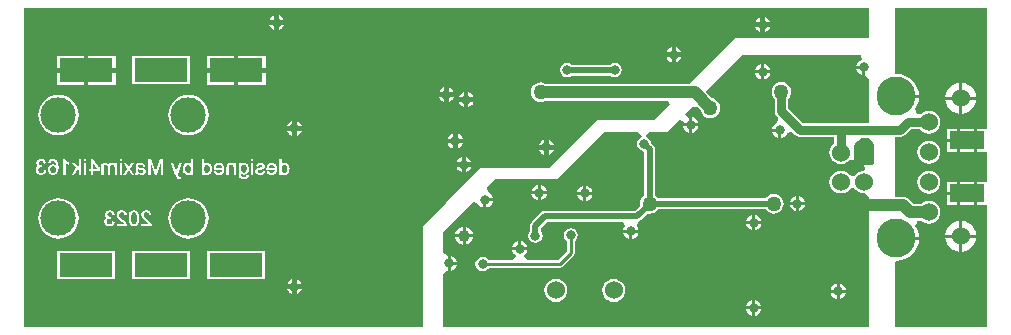
<source format=gbl>
G04*
G04 #@! TF.GenerationSoftware,Altium Limited,Altium Designer,23.3.1 (30)*
G04*
G04 Layer_Physical_Order=2*
G04 Layer_Color=16711680*
%FSLAX44Y44*%
%MOMM*%
G71*
G04*
G04 #@! TF.SameCoordinates,32BE7C2C-7CF3-4A85-95D1-8DFA17E00509*
G04*
G04*
G04 #@! TF.FilePolarity,Positive*
G04*
G01*
G75*
%ADD11C,0.5000*%
%ADD13C,0.2540*%
%ADD61C,0.7500*%
%ADD62C,1.0000*%
%ADD65C,1.5240*%
%ADD66C,3.3000*%
%ADD69R,1.4995X1.4995*%
%ADD71R,4.5000X2.0000*%
%ADD72C,1.2700*%
%ADD73C,0.8000*%
%ADD74C,1.0000*%
%ADD75C,3.0000*%
G36*
X715000Y245000D02*
X602315D01*
X592517Y235000D01*
X563915Y205810D01*
X441765D01*
X441461Y206044D01*
X439430Y206885D01*
X437250Y207172D01*
X435070Y206885D01*
X433039Y206044D01*
X431295Y204705D01*
X429956Y202961D01*
X429115Y200930D01*
X428828Y198750D01*
X429115Y196570D01*
X429956Y194539D01*
X431295Y192795D01*
X433039Y191456D01*
X435070Y190615D01*
X437250Y190328D01*
X439430Y190615D01*
X441461Y191456D01*
X441765Y191690D01*
X544915D01*
X546465Y188002D01*
X533725Y175000D01*
X484732D01*
X479832Y170000D01*
X445537Y135000D01*
X386745D01*
X376946Y125000D01*
X337752Y85000D01*
Y80000D01*
Y0D01*
X0D01*
Y270000D01*
X715000D01*
Y245000D01*
D02*
G37*
G36*
X709293Y226122D02*
X707702Y225463D01*
X706336Y224414D01*
X705287Y223048D01*
X704628Y221457D01*
X704571Y221020D01*
X711000D01*
Y219750D01*
X712270D01*
Y212290D01*
X714451Y210808D01*
X715000Y209998D01*
Y172866D01*
X659425D01*
X647113Y185178D01*
Y193224D01*
X647205Y193295D01*
X648544Y195039D01*
X649385Y197070D01*
X649672Y199250D01*
X649385Y201430D01*
X648544Y203461D01*
X647205Y205205D01*
X645461Y206544D01*
X643430Y207385D01*
X641250Y207672D01*
X639070Y207385D01*
X637039Y206544D01*
X635295Y205205D01*
X633956Y203461D01*
X633115Y201430D01*
X632828Y199250D01*
X633115Y197070D01*
X633956Y195039D01*
X635295Y193295D01*
X635387Y193224D01*
Y182750D01*
X635834Y180506D01*
X637104Y178605D01*
X638514Y177195D01*
X638429Y175637D01*
X637323Y172730D01*
X636702Y172473D01*
X635336Y171424D01*
X634287Y170058D01*
X633628Y168467D01*
X633571Y168030D01*
X640000D01*
Y166760D01*
X641270D01*
Y160331D01*
X641707Y160388D01*
X643298Y161047D01*
X644664Y162096D01*
X645713Y163462D01*
X645970Y164082D01*
X648877Y165189D01*
X650435Y165274D01*
X652851Y162858D01*
X654753Y161588D01*
X656996Y161141D01*
X685678D01*
Y155381D01*
X684679Y154615D01*
X683138Y152605D01*
X682168Y150265D01*
X681837Y147754D01*
X682168Y145243D01*
X683138Y142902D01*
X684315Y141367D01*
X684679Y140893D01*
X686689Y139351D01*
X689029Y138381D01*
X691541Y138051D01*
X694052Y138381D01*
X696392Y139351D01*
X698402Y140893D01*
X698826Y141446D01*
X699792Y141744D01*
X702500Y141662D01*
Y150000D01*
Y150985D01*
X702884Y152917D01*
X703638Y154737D01*
X704733Y156375D01*
X706125Y157767D01*
X707763Y158862D01*
X709583Y159616D01*
X711515Y160000D01*
X713239D01*
X714688Y159712D01*
X716053Y159146D01*
X717281Y158326D01*
X718326Y157281D01*
X719146Y156053D01*
X719712Y154688D01*
X720000Y153239D01*
Y152500D01*
Y140000D01*
Y139503D01*
X719619Y138584D01*
X718916Y137881D01*
X717997Y137500D01*
X710773D01*
X712051Y134015D01*
X711008Y132387D01*
X709029Y132126D01*
X706689Y131157D01*
X704679Y129615D01*
X703875Y128567D01*
X702441Y128216D01*
X700640D01*
X699206Y128567D01*
X698402Y129615D01*
X696392Y131157D01*
X694052Y132126D01*
X691541Y132457D01*
X689029Y132126D01*
X689029Y132126D01*
X686689Y131157D01*
X684679Y129615D01*
X683138Y127605D01*
X682168Y125265D01*
X681837Y122754D01*
X682168Y120243D01*
X683138Y117902D01*
X684177Y116548D01*
X684679Y115893D01*
X686689Y114351D01*
X689029Y113382D01*
X691541Y113051D01*
X694052Y113382D01*
X696392Y114351D01*
X698402Y115893D01*
X699206Y116941D01*
X700640Y117292D01*
X702440D01*
X703875Y116941D01*
X704679Y115893D01*
X706689Y114351D01*
X709029Y113382D01*
X711541Y113051D01*
X715000Y109662D01*
Y45000D01*
Y0D01*
X355000D01*
Y44763D01*
X357895Y47031D01*
X358890Y47360D01*
Y53840D01*
Y60320D01*
X357895Y60648D01*
X355000Y62917D01*
Y80000D01*
X379903Y105595D01*
X380797Y105695D01*
X384488Y104571D01*
X384537Y104452D01*
X385586Y103086D01*
X386952Y102037D01*
X388543Y101378D01*
X388980Y101321D01*
Y107750D01*
X390250D01*
Y109020D01*
X396679D01*
X396622Y109457D01*
X395963Y111048D01*
X394915Y112414D01*
X393548Y113463D01*
X393257Y113583D01*
X392065Y117035D01*
X392106Y118137D01*
X398784Y125000D01*
X452297D01*
X491216Y165000D01*
X519716D01*
X522740Y162644D01*
X522740Y162643D01*
X522740D01*
X522902Y161000D01*
X522746Y160969D01*
X522409Y160902D01*
X520424Y159576D01*
X519098Y157591D01*
X518633Y155250D01*
X519098Y152909D01*
X520424Y150924D01*
X522409Y149598D01*
X524287Y149225D01*
X524952Y148560D01*
Y111254D01*
X523585Y110205D01*
X522246Y108461D01*
X521405Y106430D01*
X521118Y104250D01*
X521343Y102542D01*
X517139Y98338D01*
X441000D01*
X439244Y97989D01*
X437756Y96994D01*
X429666Y88904D01*
X428671Y87416D01*
X428322Y85660D01*
Y81183D01*
X427258Y79591D01*
X426792Y77250D01*
X427258Y74909D01*
X428584Y72924D01*
X430569Y71598D01*
X432910Y71132D01*
X435251Y71598D01*
X437236Y72924D01*
X438562Y74909D01*
X439028Y77250D01*
X438562Y79591D01*
X437498Y81183D01*
Y83759D01*
X442901Y89162D01*
X506701D01*
X507660Y87853D01*
X508473Y85162D01*
X508017Y84568D01*
X507359Y82977D01*
X507301Y82540D01*
X520159D01*
X520102Y82977D01*
X519443Y84568D01*
X518987Y85162D01*
X519002Y86251D01*
X519439Y87751D01*
X520405Y89433D01*
X520796Y89511D01*
X522284Y90506D01*
X527831Y96053D01*
X529540Y95828D01*
X531720Y96115D01*
X533751Y96956D01*
X535495Y98295D01*
X536544Y99662D01*
X627938D01*
X628795Y98545D01*
X630539Y97206D01*
X632570Y96365D01*
X634750Y96078D01*
X636930Y96365D01*
X638961Y97206D01*
X640705Y98545D01*
X642044Y100289D01*
X642885Y102320D01*
X643172Y104500D01*
X642885Y106680D01*
X642044Y108711D01*
X640705Y110455D01*
X638961Y111794D01*
X636930Y112635D01*
X634750Y112922D01*
X632570Y112635D01*
X630539Y111794D01*
X628795Y110455D01*
X627554Y108838D01*
X536544D01*
X535495Y110205D01*
X534128Y111254D01*
Y150460D01*
X533779Y152216D01*
X532784Y153705D01*
X530775Y155713D01*
X530402Y157591D01*
X529076Y159576D01*
X527091Y160902D01*
X526755Y160969D01*
X526598Y161000D01*
X526760Y162643D01*
X526760D01*
X526760Y162644D01*
X529784Y165000D01*
X544730D01*
X554994Y175549D01*
X558396Y173310D01*
X558170Y172764D01*
X558112Y172327D01*
X563271D01*
Y177486D01*
X562834Y177429D01*
X562113Y177130D01*
X559821Y180510D01*
X565776Y186631D01*
X569776Y186659D01*
X572825Y183610D01*
X572875Y183230D01*
X573716Y181199D01*
X575055Y179455D01*
X576799Y178116D01*
X578830Y177275D01*
X581010Y176988D01*
X583190Y177275D01*
X585221Y178116D01*
X586965Y179455D01*
X588304Y181199D01*
X589145Y183230D01*
X589432Y185410D01*
X589145Y187590D01*
X588304Y189621D01*
X586965Y191365D01*
X585221Y192704D01*
X583190Y193545D01*
X582810Y193595D01*
X577611Y198794D01*
X607973Y230000D01*
X708619D01*
X709293Y226122D01*
D02*
G37*
G36*
X815000Y168055D02*
X806723D01*
Y158018D01*
Y147981D01*
X815000D01*
Y123097D01*
X806723D01*
Y113060D01*
Y103023D01*
X815000D01*
Y0D01*
X737500D01*
Y55088D01*
X738641Y56122D01*
X742373Y56489D01*
X745962Y57578D01*
X749270Y59346D01*
X752169Y61725D01*
X754548Y64625D01*
X756316Y67932D01*
X757405Y71521D01*
X757647Y73984D01*
X738641D01*
Y76524D01*
X757647D01*
X757405Y78986D01*
X756316Y82575D01*
X754635Y85722D01*
X755594Y88002D01*
X756264Y89359D01*
X759828Y89906D01*
X761138Y88901D01*
X763478Y87931D01*
X765990Y87601D01*
X768501Y87931D01*
X770841Y88901D01*
X772851Y90443D01*
X774393Y92452D01*
X775362Y94792D01*
X775693Y97304D01*
X775362Y99815D01*
X774393Y102155D01*
X772851Y104165D01*
X770841Y105707D01*
X768501Y106676D01*
X765990Y107007D01*
X763478Y106676D01*
X761138Y105707D01*
X759389Y104364D01*
X752749D01*
X748867Y108246D01*
X747404Y109368D01*
X745702Y110074D01*
X743874Y110314D01*
X737500D01*
Y161141D01*
X741857D01*
X744100Y161588D01*
X746003Y162858D01*
X750785Y167641D01*
X758363D01*
X759129Y166643D01*
X761138Y165101D01*
X763478Y164131D01*
X765990Y163801D01*
X768501Y164131D01*
X770841Y165101D01*
X772851Y166643D01*
X774393Y168652D01*
X775362Y170992D01*
X775693Y173504D01*
X775362Y176015D01*
X774393Y178355D01*
X772851Y180365D01*
X770841Y181907D01*
X768501Y182876D01*
X765990Y183207D01*
X763478Y182876D01*
X761138Y181907D01*
X759129Y180365D01*
X759063Y180279D01*
X755943Y180474D01*
X754229Y184235D01*
X754548Y184624D01*
X756316Y187932D01*
X757405Y191521D01*
X757647Y193984D01*
X738641D01*
Y196524D01*
X757647D01*
X757405Y198986D01*
X756316Y202575D01*
X754548Y205883D01*
X752169Y208782D01*
X749270Y211161D01*
X745962Y212929D01*
X742373Y214018D01*
X738641Y214386D01*
X737500Y215419D01*
Y270000D01*
X815000D01*
Y168055D01*
D02*
G37*
%LPC*%
G36*
X215930Y264000D02*
Y259750D01*
X220181D01*
X219643Y261048D01*
X218595Y262414D01*
X217228Y263463D01*
X215930Y264000D01*
D02*
G37*
G36*
X211930D02*
X210632Y263463D01*
X209266Y262414D01*
X208218Y261048D01*
X207680Y259750D01*
X211930D01*
Y264000D01*
D02*
G37*
G36*
X627499Y262249D02*
Y257999D01*
X631749D01*
X631211Y259297D01*
X630163Y260663D01*
X628797Y261711D01*
X627499Y262249D01*
D02*
G37*
G36*
X623499D02*
X622201Y261711D01*
X620834Y260663D01*
X619786Y259297D01*
X619248Y257999D01*
X623499D01*
Y262249D01*
D02*
G37*
G36*
X220181Y255750D02*
X215930D01*
Y251500D01*
X217228Y252037D01*
X218595Y253086D01*
X219643Y254452D01*
X220181Y255750D01*
D02*
G37*
G36*
X211930D02*
X207680D01*
X208218Y254452D01*
X209266Y253086D01*
X210632Y252037D01*
X211930Y251500D01*
Y255750D01*
D02*
G37*
G36*
X631749Y253999D02*
X627499D01*
Y249748D01*
X628797Y250286D01*
X630163Y251334D01*
X631211Y252700D01*
X631749Y253999D01*
D02*
G37*
G36*
X623499D02*
X619248D01*
X619786Y252700D01*
X620834Y251334D01*
X622201Y250286D01*
X623499Y249748D01*
Y253999D01*
D02*
G37*
G36*
X552210Y236695D02*
Y232445D01*
X556460D01*
X555923Y233743D01*
X554874Y235109D01*
X553508Y236157D01*
X552210Y236695D01*
D02*
G37*
G36*
X548210D02*
X546912Y236157D01*
X545546Y235109D01*
X544497Y233743D01*
X543960Y232445D01*
X548210D01*
Y236695D01*
D02*
G37*
G36*
X556460Y228445D02*
X552210D01*
Y224194D01*
X553508Y224732D01*
X554874Y225781D01*
X555923Y227147D01*
X556460Y228445D01*
D02*
G37*
G36*
X548210D02*
X543960D01*
X544497Y227147D01*
X545546Y225781D01*
X546912Y224732D01*
X548210Y224194D01*
Y228445D01*
D02*
G37*
G36*
X500000Y223617D02*
X497659Y223152D01*
X496067Y222088D01*
X463803D01*
X462211Y223152D01*
X459870Y223617D01*
X457529Y223152D01*
X455545Y221826D01*
X454218Y219841D01*
X453753Y217500D01*
X454218Y215159D01*
X455545Y213174D01*
X457529Y211848D01*
X459870Y211383D01*
X462211Y211848D01*
X463803Y212912D01*
X496067D01*
X497659Y211848D01*
X500000Y211383D01*
X502341Y211848D01*
X504326Y213174D01*
X505652Y215159D01*
X506118Y217500D01*
X505652Y219841D01*
X504326Y221826D01*
X502341Y223152D01*
X500000Y223617D01*
D02*
G37*
G36*
X204542Y229880D02*
X181502D01*
Y219340D01*
X204542D01*
Y229880D01*
D02*
G37*
G36*
X177502D02*
X154462D01*
Y219340D01*
X177502D01*
Y229880D01*
D02*
G37*
G36*
X77542D02*
X54502D01*
Y219340D01*
X77542D01*
Y229880D01*
D02*
G37*
G36*
X50502D02*
X27462D01*
Y219340D01*
X50502D01*
Y229880D01*
D02*
G37*
G36*
X140502Y229340D02*
X91502D01*
Y205340D01*
X140502D01*
Y229340D01*
D02*
G37*
G36*
X204542Y215340D02*
X181502D01*
Y204800D01*
X204542D01*
Y215340D01*
D02*
G37*
G36*
X177502D02*
X154462D01*
Y204800D01*
X177502D01*
Y215340D01*
D02*
G37*
G36*
X77542Y215340D02*
X54502D01*
Y204800D01*
X77542D01*
Y215340D01*
D02*
G37*
G36*
X50502D02*
X27462D01*
Y204800D01*
X50502D01*
Y215340D01*
D02*
G37*
G36*
X359500Y202950D02*
Y198700D01*
X363750D01*
X363213Y199998D01*
X362164Y201364D01*
X360798Y202413D01*
X359500Y202950D01*
D02*
G37*
G36*
X355500D02*
X354202Y202413D01*
X352836Y201364D01*
X351787Y199998D01*
X351250Y198700D01*
X355500D01*
Y202950D01*
D02*
G37*
G36*
X376174Y198750D02*
Y194500D01*
X380425D01*
X379887Y195798D01*
X378839Y197164D01*
X377472Y198213D01*
X376174Y198750D01*
D02*
G37*
G36*
X372174D02*
X370876Y198213D01*
X369510Y197164D01*
X368462Y195798D01*
X367924Y194500D01*
X372174D01*
Y198750D01*
D02*
G37*
G36*
X363750Y194700D02*
X359500D01*
Y190450D01*
X360798Y190987D01*
X362164Y192036D01*
X363213Y193402D01*
X363750Y194700D01*
D02*
G37*
G36*
X355500D02*
X351250D01*
X351787Y193402D01*
X352836Y192036D01*
X354202Y190987D01*
X355500Y190450D01*
Y194700D01*
D02*
G37*
G36*
X380425Y190500D02*
X376174D01*
Y186250D01*
X377472Y186787D01*
X378839Y187836D01*
X379887Y189202D01*
X380425Y190500D01*
D02*
G37*
G36*
X372174D02*
X367924D01*
X368462Y189202D01*
X369510Y187836D01*
X370876Y186787D01*
X372174Y186250D01*
Y190500D01*
D02*
G37*
G36*
X230760Y174500D02*
Y170250D01*
X235011D01*
X234473Y171548D01*
X233424Y172914D01*
X232058Y173963D01*
X230760Y174500D01*
D02*
G37*
G36*
X226760D02*
X225462Y173963D01*
X224096Y172914D01*
X223047Y171548D01*
X222510Y170250D01*
X226760D01*
Y174500D01*
D02*
G37*
G36*
X139080Y196582D02*
X135747Y196254D01*
X132543Y195282D01*
X129590Y193703D01*
X127001Y191579D01*
X124877Y188990D01*
X123298Y186037D01*
X122326Y182833D01*
X121998Y179500D01*
X122326Y176167D01*
X123298Y172963D01*
X124877Y170010D01*
X127001Y167421D01*
X129590Y165297D01*
X132543Y163718D01*
X135747Y162746D01*
X139080Y162418D01*
X142413Y162746D01*
X145617Y163718D01*
X148570Y165297D01*
X151159Y167421D01*
X153283Y170010D01*
X154862Y172963D01*
X155834Y176167D01*
X156162Y179500D01*
X155834Y182833D01*
X154862Y186037D01*
X153283Y188990D01*
X151159Y191579D01*
X148570Y193703D01*
X145617Y195282D01*
X142413Y196254D01*
X139080Y196582D01*
D02*
G37*
G36*
X29080D02*
X25747Y196254D01*
X22543Y195282D01*
X19590Y193703D01*
X17001Y191579D01*
X14877Y188990D01*
X13298Y186037D01*
X12326Y182833D01*
X11998Y179500D01*
X12326Y176167D01*
X13298Y172963D01*
X14877Y170010D01*
X17001Y167421D01*
X19590Y165297D01*
X22543Y163718D01*
X25747Y162746D01*
X29080Y162418D01*
X32413Y162746D01*
X35617Y163718D01*
X38570Y165297D01*
X41159Y167421D01*
X43283Y170010D01*
X44862Y172963D01*
X45834Y176167D01*
X46162Y179500D01*
X45834Y182833D01*
X44862Y186037D01*
X43283Y188990D01*
X41159Y191579D01*
X38570Y193703D01*
X35617Y195282D01*
X32413Y196254D01*
X29080Y196582D01*
D02*
G37*
G36*
X235011Y166250D02*
X230760D01*
Y162000D01*
X232058Y162537D01*
X233424Y163586D01*
X234473Y164952D01*
X235011Y166250D01*
D02*
G37*
G36*
X226760D02*
X222510D01*
X223047Y164952D01*
X224096Y163586D01*
X225462Y162537D01*
X226760Y162000D01*
Y166250D01*
D02*
G37*
G36*
X367000Y163750D02*
Y159500D01*
X371250D01*
X370713Y160798D01*
X369664Y162164D01*
X368298Y163213D01*
X367000Y163750D01*
D02*
G37*
G36*
X363000D02*
X361702Y163213D01*
X360336Y162164D01*
X359287Y160798D01*
X358750Y159500D01*
X363000D01*
Y163750D01*
D02*
G37*
G36*
X444220Y158470D02*
Y154220D01*
X448470D01*
X447933Y155518D01*
X446884Y156884D01*
X445518Y157933D01*
X444220Y158470D01*
D02*
G37*
G36*
X440220D02*
X438922Y157933D01*
X437556Y156884D01*
X436507Y155518D01*
X435970Y154220D01*
X440220D01*
Y158470D01*
D02*
G37*
G36*
X371250Y155500D02*
X367000D01*
Y151250D01*
X368298Y151787D01*
X369664Y152836D01*
X370713Y154202D01*
X371250Y155500D01*
D02*
G37*
G36*
X363000D02*
X358750D01*
X359287Y154202D01*
X360336Y152836D01*
X361702Y151787D01*
X363000Y151250D01*
Y155500D01*
D02*
G37*
G36*
X448470Y150220D02*
X444220D01*
Y145969D01*
X445518Y146507D01*
X446884Y147556D01*
X447933Y148922D01*
X448470Y150220D01*
D02*
G37*
G36*
X440220D02*
X435970D01*
X436507Y148922D01*
X437556Y147556D01*
X438922Y146507D01*
X440220Y145969D01*
Y150220D01*
D02*
G37*
G36*
X194043Y142450D02*
X192041D01*
Y140253D01*
X194043D01*
Y142450D01*
D02*
G37*
G36*
X52664Y142450D02*
X50662D01*
Y140253D01*
X52664D01*
Y142450D01*
D02*
G37*
G36*
X374420Y143670D02*
Y139420D01*
X378671D01*
X378133Y140718D01*
X377084Y142084D01*
X375718Y143133D01*
X374420Y143670D01*
D02*
G37*
G36*
X370420D02*
X369122Y143133D01*
X367756Y142084D01*
X366707Y140718D01*
X366170Y139420D01*
X370420D01*
Y143670D01*
D02*
G37*
G36*
X82809Y142450D02*
X80808D01*
Y140253D01*
X82809D01*
Y139241D01*
Y142450D01*
D02*
G37*
G36*
X14463Y142498D02*
X14292D01*
X14170Y142474D01*
X14024D01*
X13853Y142450D01*
X13462Y142376D01*
X13023Y142254D01*
X12535Y142059D01*
X12047Y141791D01*
X11827Y141644D01*
X11607Y141449D01*
X11583D01*
X11558Y141400D01*
X11412Y141253D01*
X11241Y141034D01*
X11021Y140741D01*
X10802Y140375D01*
X10606Y139935D01*
X10484Y139447D01*
X10460Y139179D01*
X10436Y138910D01*
Y138886D01*
Y138837D01*
Y138715D01*
X10460Y138593D01*
X10484Y138422D01*
X10533Y138251D01*
X10655Y137836D01*
X10753Y137617D01*
X10875Y137372D01*
X11021Y137153D01*
X11192Y136933D01*
X11412Y136713D01*
X11656Y136494D01*
X11924Y136323D01*
X11975Y136296D01*
X11851Y136250D01*
X11583Y136128D01*
X11290Y135981D01*
X10997Y135761D01*
X10704Y135493D01*
X10436Y135151D01*
X10411Y135102D01*
X10338Y134980D01*
X10216Y134785D01*
X10094Y134516D01*
X9996Y134199D01*
X9874Y133833D01*
X9801Y133442D01*
X9776Y133027D01*
Y132857D01*
X9801Y132710D01*
X9825Y132564D01*
X9850Y132368D01*
X9947Y131953D01*
X10118Y131465D01*
X10362Y130953D01*
X10509Y130709D01*
X10680Y130440D01*
X10899Y130220D01*
X11143Y129976D01*
X11168Y129952D01*
X11217Y129928D01*
X11290Y129879D01*
X11387Y129781D01*
X11509Y129708D01*
X11680Y129610D01*
X11851Y129488D01*
X12071Y129390D01*
X12535Y129171D01*
X13096Y128976D01*
X13706Y128829D01*
X14048Y128805D01*
X14390Y128780D01*
X9776D01*
D01*
X18759D01*
D01*
X14561D01*
X14683Y128805D01*
X14854D01*
X15024Y128829D01*
X15439Y128902D01*
X15928Y129049D01*
X16416Y129220D01*
X16928Y129488D01*
X17172Y129635D01*
X17392Y129830D01*
X17417Y129854D01*
X17441Y129879D01*
X17587Y130025D01*
X17783Y130269D01*
X18002Y130587D01*
X18247Y131002D01*
X18466Y131514D01*
X18637Y132100D01*
X18759Y132783D01*
X16806Y133076D01*
Y133052D01*
X16782Y133003D01*
Y132930D01*
X16758Y132832D01*
X16684Y132588D01*
X16587Y132295D01*
X16489Y131953D01*
X16343Y131612D01*
X16147Y131294D01*
X15952Y131050D01*
X15928Y131026D01*
X15854Y130953D01*
X15708Y130855D01*
X15537Y130757D01*
X15317Y130660D01*
X15049Y130562D01*
X14756Y130489D01*
X14414Y130464D01*
X14365D01*
X14243Y130489D01*
X14048Y130513D01*
X13804Y130562D01*
X13511Y130635D01*
X13218Y130782D01*
X12925Y130953D01*
X12632Y131197D01*
X12608Y131221D01*
X12510Y131319D01*
X12388Y131490D01*
X12266Y131709D01*
X12120Y131953D01*
X12022Y132271D01*
X11924Y132613D01*
X11900Y133003D01*
Y133052D01*
Y133174D01*
X11924Y133345D01*
X11973Y133589D01*
X12071Y133857D01*
X12169Y134126D01*
X12339Y134394D01*
X12559Y134663D01*
X12584Y134687D01*
X12681Y134761D01*
X12828Y134883D01*
X13023Y135005D01*
X13267Y135127D01*
X13560Y135249D01*
X13902Y135322D01*
X14268Y135346D01*
X14463D01*
X14585Y135322D01*
X14780Y135298D01*
X15000Y135273D01*
X15268Y135224D01*
X15586Y135176D01*
X15391Y136957D01*
X14951D01*
X14561Y136982D01*
X14390D01*
X14243Y137006D01*
X14170D01*
X14097Y137031D01*
X13999Y137055D01*
X13755Y137153D01*
X13462Y137275D01*
X13438D01*
X13389Y137324D01*
X13316Y137372D01*
X13218Y137446D01*
X12974Y137641D01*
X12754Y137909D01*
X12730Y137934D01*
X12706Y137983D01*
X12657Y138080D01*
X12608Y138202D01*
X12559Y138349D01*
X12510Y138520D01*
X12461Y138739D01*
Y138959D01*
Y139008D01*
Y139106D01*
X12486Y139252D01*
X12535Y139472D01*
X12608Y139691D01*
X12730Y139911D01*
X12876Y140131D01*
X13072Y140326D01*
X13096Y140350D01*
X13169Y140399D01*
X13291Y140472D01*
X13462Y140570D01*
X13657Y140668D01*
X13902Y140741D01*
X14146Y140790D01*
X14439Y140814D01*
X14585D01*
X14756Y140790D01*
X14951Y140741D01*
X15171Y140668D01*
X15415Y140570D01*
X15659Y140424D01*
X15879Y140228D01*
X15903Y140204D01*
X15976Y140131D01*
X16074Y139984D01*
X16172Y139789D01*
X16318Y139545D01*
X16440Y139252D01*
X16538Y138886D01*
X16636Y138446D01*
X18588Y138764D01*
Y138788D01*
X18564Y138861D01*
X18539Y138959D01*
X18515Y139081D01*
X18491Y139252D01*
X18417Y139423D01*
X18295Y139862D01*
X18100Y140326D01*
X17856Y140790D01*
X17539Y141229D01*
X17343Y141424D01*
X17148Y141595D01*
X17124D01*
X17099Y141644D01*
X16953Y141742D01*
X16709Y141888D01*
X16391Y142059D01*
X16001Y142205D01*
X15537Y142352D01*
X15024Y142450D01*
X14463Y142498D01*
D02*
G37*
G36*
X143076Y142450D02*
X134435D01*
X141099D01*
Y138056D01*
X140977Y138178D01*
X140684Y138422D01*
X140318Y138642D01*
X139854Y138861D01*
X139317Y139008D01*
X139000Y139032D01*
X138682Y139057D01*
X138487D01*
X138365Y139032D01*
X138194Y139008D01*
X137999Y138983D01*
X137584Y138886D01*
X137071Y138715D01*
X136827Y138617D01*
X136559Y138471D01*
X136315Y138300D01*
X136071Y138129D01*
X135827Y137909D01*
X135607Y137665D01*
X135583Y137641D01*
X135558Y137592D01*
X135509Y137519D01*
X135412Y137421D01*
X135338Y137275D01*
X135241Y137104D01*
X135119Y136909D01*
X135021Y136689D01*
X134899Y136445D01*
X134801Y136176D01*
X134606Y135566D01*
X134484Y134858D01*
X134460Y134492D01*
X134435Y134077D01*
Y128780D01*
Y133833D01*
X134460Y133662D01*
X134484Y133442D01*
X134508Y133198D01*
X134533Y132930D01*
X134606Y132637D01*
X134753Y132002D01*
X134972Y131343D01*
X135119Y131026D01*
X135289Y130709D01*
X135509Y130416D01*
X135729Y130147D01*
X135753Y130123D01*
X135778Y130098D01*
X135851Y130025D01*
X135949Y129928D01*
X136071Y129830D01*
X136217Y129708D01*
X136583Y129464D01*
X137047Y129220D01*
X137560Y129000D01*
X138121Y128829D01*
X138438Y128805D01*
X138756Y128780D01*
X134435D01*
X138926D01*
X139049Y128805D01*
X139195Y128829D01*
X139366Y128854D01*
X139756Y128951D01*
X140196Y129122D01*
X140415Y129244D01*
X140660Y129366D01*
X140879Y129537D01*
X141075Y129708D01*
X141197Y129845D01*
Y129000D01*
X143076D01*
Y128854D01*
Y142450D01*
D02*
G37*
G36*
X186183Y139057D02*
X186012D01*
X185890Y139032D01*
X185744Y139008D01*
X185573Y138983D01*
X185158Y138886D01*
X184719Y138715D01*
X184230Y138471D01*
X184011Y138324D01*
X183767Y138153D01*
X183596Y137983D01*
Y138837D01*
X181716D01*
Y125168D01*
Y130123D01*
X181741Y129952D01*
Y129781D01*
X181765Y129317D01*
X181814Y128829D01*
X181912Y128316D01*
X182009Y127828D01*
X182156Y127389D01*
X182180Y127340D01*
X182229Y127218D01*
X182351Y127023D01*
X182497Y126803D01*
X182693Y126535D01*
X182961Y126266D01*
X183278Y125998D01*
X183645Y125753D01*
X183693Y125729D01*
X183840Y125656D01*
X184060Y125558D01*
X184377Y125461D01*
X184743Y125363D01*
X185182Y125265D01*
X185671Y125192D01*
X186208Y125168D01*
X181716D01*
X190455D01*
Y134248D01*
Y134224D01*
X190430Y134370D01*
Y134541D01*
X190406Y134761D01*
X190357Y135005D01*
X190308Y135249D01*
X190186Y135835D01*
X189991Y136420D01*
X189698Y137031D01*
X189527Y137324D01*
X189332Y137592D01*
X189307Y137617D01*
X189283Y137665D01*
X189210Y137739D01*
X189112Y137812D01*
X189015Y137934D01*
X188868Y138056D01*
X188526Y138324D01*
X188063Y138593D01*
X187526Y138837D01*
X187233Y138910D01*
X186891Y138983D01*
X186549Y139032D01*
X186183Y139057D01*
D02*
G37*
G36*
X74193Y139057D02*
X73998D01*
X73802Y139032D01*
X73558Y139008D01*
X73265Y138935D01*
X72948Y138861D01*
X72655Y138739D01*
X72362Y138593D01*
X72338Y138568D01*
X72240Y138520D01*
X72118Y138422D01*
X71972Y138275D01*
X71825Y138105D01*
X71679Y137909D01*
X71557Y137665D01*
X71459Y137397D01*
Y137421D01*
X71410Y137470D01*
X71361Y137543D01*
X71288Y137665D01*
X71068Y137934D01*
X70751Y138227D01*
X70360Y138544D01*
X69872Y138788D01*
X69579Y138910D01*
X69262Y138983D01*
X68945Y139032D01*
X68579Y139057D01*
X68432D01*
X68310Y139032D01*
X68042Y139008D01*
X67675Y138959D01*
X67309Y138837D01*
X66919Y138691D01*
X66528Y138495D01*
X66211Y138202D01*
X66186Y138153D01*
X66089Y138056D01*
X65967Y137836D01*
X65796Y137568D01*
X65649Y137226D01*
X65528Y136787D01*
X65430Y136274D01*
X65405Y135688D01*
Y139057D01*
Y129000D01*
X78684D01*
Y138837D01*
X76853D01*
Y137871D01*
X76731Y138007D01*
X76414Y138300D01*
X75999Y138568D01*
X75486Y138813D01*
X75194Y138910D01*
X74876Y138983D01*
X74559Y139032D01*
X74193Y139057D01*
D02*
G37*
G36*
X24324Y142498D02*
X24178D01*
X24056Y142474D01*
X23934D01*
X23763Y142450D01*
X23397Y142401D01*
X22982Y142279D01*
X22543Y142132D01*
X22103Y141912D01*
X21688Y141620D01*
X21664D01*
X21639Y141571D01*
X21517Y141449D01*
X21346Y141253D01*
X21127Y140961D01*
X20883Y140570D01*
X20687Y140106D01*
X20492Y139545D01*
X20370Y138886D01*
X22347Y138739D01*
Y138764D01*
X22372Y138837D01*
X22396Y138935D01*
X22445Y139057D01*
X22567Y139398D01*
X22762Y139789D01*
X23055Y140155D01*
X23397Y140497D01*
X23616Y140619D01*
X23861Y140716D01*
X24129Y140790D01*
X24422Y140814D01*
X24471D01*
X24617Y140790D01*
X24813Y140765D01*
X25081Y140668D01*
X25398Y140521D01*
X25740Y140326D01*
X26058Y140033D01*
X26228Y139838D01*
X26399Y139642D01*
Y139618D01*
X26424Y139594D01*
X26472Y139520D01*
X26521Y139423D01*
X26595Y139301D01*
X26668Y139154D01*
X26741Y138983D01*
X26814Y138764D01*
X26887Y138544D01*
X26961Y138275D01*
X27034Y137983D01*
X27107Y137665D01*
X27156Y137324D01*
X27205Y136933D01*
X27229Y136543D01*
Y136445D01*
X27180Y136494D01*
X27034Y136640D01*
X26863Y136811D01*
X26668Y136982D01*
X26448Y137128D01*
X26204Y137299D01*
X25935Y137446D01*
X25642Y137568D01*
X25325Y137665D01*
X24983Y137763D01*
X24617Y137812D01*
X24227Y137836D01*
X24056D01*
X23934Y137812D01*
X23787Y137787D01*
X23616Y137763D01*
X23226Y137690D01*
X22762Y137543D01*
X22298Y137324D01*
X22054Y137177D01*
X21810Y137006D01*
X21566Y136811D01*
X21346Y136591D01*
X21322Y136567D01*
X21298Y136543D01*
X21224Y136469D01*
X21151Y136372D01*
X21078Y136250D01*
X20956Y136103D01*
X20736Y135737D01*
X20517Y135273D01*
X20346Y134736D01*
X20199Y134126D01*
X20175Y133784D01*
X20150Y133442D01*
Y128780D01*
X29206D01*
X24666D01*
X24813Y128805D01*
X24959Y128829D01*
X25179Y128854D01*
X25642Y128951D01*
X26155Y129122D01*
X26448Y129244D01*
X26716Y129390D01*
X27009Y129561D01*
X27302Y129757D01*
X27571Y129976D01*
X27839Y130220D01*
X27864Y130245D01*
X27888Y130294D01*
X27961Y130367D01*
X28059Y130513D01*
X28157Y130660D01*
X28279Y130879D01*
X28401Y131124D01*
X28523Y131392D01*
X28645Y131734D01*
X28767Y132100D01*
X28889Y132515D01*
X28987Y132979D01*
X29084Y133491D01*
X29158Y134028D01*
X29182Y134639D01*
X29206Y135298D01*
Y135639D01*
X29182Y135883D01*
X29158Y136176D01*
X29133Y136518D01*
X29109Y136884D01*
X29060Y137299D01*
X28913Y138153D01*
X28669Y139057D01*
X28547Y139496D01*
X28376Y139911D01*
X28181Y140302D01*
X27961Y140668D01*
X27937Y140692D01*
X27913Y140741D01*
X27839Y140838D01*
X27717Y140961D01*
X27595Y141083D01*
X27449Y141253D01*
X27253Y141424D01*
X27034Y141595D01*
X26790Y141766D01*
X26521Y141912D01*
X26228Y142083D01*
X25911Y142205D01*
X25545Y142327D01*
X25179Y142425D01*
X24764Y142474D01*
X24324Y142498D01*
D02*
G37*
G36*
X92988Y138837D02*
X90694D01*
X90669Y138813D01*
X90596Y138715D01*
X90498Y138568D01*
X90376Y138373D01*
X90230Y138129D01*
X90059Y137861D01*
X89668Y137299D01*
X89302Y136713D01*
X89131Y136445D01*
X88985Y136201D01*
X88839Y135981D01*
X88741Y135786D01*
X88668Y135664D01*
X88643Y135590D01*
X86471Y138837D01*
X83957D01*
X84225D01*
X87496Y134199D01*
X83957Y129000D01*
X93257D01*
X89815Y134101D01*
X92988Y138837D01*
D02*
G37*
G36*
X98334Y139057D02*
X98041D01*
X97894Y139032D01*
X97724D01*
X97357Y138983D01*
X96918Y138910D01*
X96479Y138813D01*
X96088Y138691D01*
X95722Y138495D01*
X95673Y138471D01*
X95576Y138398D01*
X95429Y138275D01*
X95258Y138129D01*
X95087Y137934D01*
X94916Y137714D01*
X94770Y137470D01*
X94672Y137201D01*
Y137177D01*
X94648Y137055D01*
X94599Y136909D01*
X94550Y136689D01*
X94526Y136420D01*
X94477Y136079D01*
X94453Y135737D01*
Y135322D01*
Y133150D01*
Y133125D01*
Y133052D01*
Y132954D01*
Y132832D01*
Y132661D01*
Y132491D01*
Y132076D01*
X94428Y131636D01*
Y131197D01*
Y130806D01*
X94404Y130660D01*
Y130513D01*
Y130489D01*
X94379Y130391D01*
X94355Y130269D01*
X94306Y130098D01*
X94257Y129854D01*
X94184Y129610D01*
X94062Y129317D01*
X93940Y129000D01*
X95942D01*
X95966Y129024D01*
X95990Y129098D01*
X96039Y129220D01*
X96112Y129366D01*
X96161Y129537D01*
X96235Y129732D01*
X96283Y129952D01*
X96308Y130172D01*
X96332Y130147D01*
X96381Y130123D01*
X96454Y130050D01*
X96552Y129952D01*
X96698Y129854D01*
X96845Y129732D01*
X97040Y129610D01*
X97260Y129488D01*
X97748Y129220D01*
X98309Y129000D01*
X98627Y128902D01*
X98944Y128829D01*
X99286Y128805D01*
X99652Y128780D01*
X93940D01*
X103069D01*
Y131758D01*
X103045Y131929D01*
X103020Y132149D01*
X102947Y132442D01*
X102850Y132759D01*
X102703Y133101D01*
X102483Y133442D01*
X102190Y133760D01*
X102142Y133784D01*
X102020Y133882D01*
X101800Y134028D01*
X101653Y134101D01*
X101482Y134199D01*
X101287Y134297D01*
X101068Y134370D01*
X100823Y134468D01*
X100555Y134565D01*
X100262Y134639D01*
X99945Y134712D01*
X99603Y134785D01*
X99213Y134834D01*
X97724Y135054D01*
X97675D01*
X97577Y135078D01*
X97431Y135102D01*
X97235Y135127D01*
X96820Y135224D01*
X96625Y135273D01*
X96454Y135322D01*
Y135346D01*
Y135420D01*
Y135517D01*
Y135639D01*
X96479Y135932D01*
Y136054D01*
X96503Y136176D01*
Y136201D01*
Y136225D01*
X96552Y136347D01*
X96625Y136518D01*
X96747Y136713D01*
Y136738D01*
X96771Y136762D01*
X96894Y136884D01*
X96967Y136957D01*
X97089Y137031D01*
X97211Y137104D01*
X97382Y137177D01*
X97406D01*
X97455Y137201D01*
X97553Y137250D01*
X97699Y137275D01*
X97870Y137324D01*
X98065Y137348D01*
X98309Y137372D01*
X98749D01*
X98919Y137348D01*
X99139Y137324D01*
X99383Y137275D01*
X99627Y137226D01*
X99896Y137128D01*
X100116Y137006D01*
X100140Y136982D01*
X100213Y136933D01*
X100287Y136835D01*
X100408Y136689D01*
X100531Y136494D01*
X100677Y136250D01*
X100799Y135932D01*
X100897Y135566D01*
X102801Y135786D01*
Y135810D01*
X102776Y135859D01*
Y135957D01*
X102752Y136054D01*
X102703Y136201D01*
X102654Y136372D01*
X102532Y136738D01*
X102337Y137153D01*
X102093Y137568D01*
X101800Y137934D01*
X101409Y138275D01*
X101385D01*
X101361Y138300D01*
X101287Y138349D01*
X101214Y138398D01*
X101092Y138446D01*
X100946Y138520D01*
X100604Y138666D01*
X100164Y138813D01*
X99627Y138935D01*
X99017Y139032D01*
X98334Y139057D01*
D02*
G37*
G36*
X48490Y142450D02*
X46488D01*
Y135029D01*
X42998Y138837D01*
X40606D01*
X44243Y135102D01*
X40239Y129000D01*
D01*
X48490D01*
Y142450D01*
D02*
G37*
G36*
X18759Y134028D02*
D01*
D01*
D01*
D02*
G37*
G36*
X64014Y142450D02*
Y133809D01*
X57985Y142450D01*
X56350D01*
Y133955D01*
X54592D01*
Y129000D01*
Y132124D01*
X56350D01*
Y129000D01*
X54592D01*
X64014D01*
X58351D01*
Y132124D01*
X64014D01*
Y142450D01*
D02*
G37*
G36*
X117959D02*
X115054D01*
X111905Y133052D01*
Y133027D01*
X111881Y132979D01*
X111856Y132906D01*
X111808Y132808D01*
X111735Y132539D01*
X111637Y132246D01*
X111515Y131929D01*
X111445Y131650D01*
X111417Y131734D01*
X111320Y132027D01*
X111222Y132368D01*
X111075Y132759D01*
X110929Y133223D01*
X107756Y142450D01*
X105119D01*
Y129000D01*
X117959D01*
Y142450D01*
D02*
G37*
G36*
X133605Y138837D02*
X131555D01*
X129260Y132539D01*
Y132515D01*
X129236Y132442D01*
X129187Y132320D01*
X129138Y132149D01*
X129090Y131953D01*
X129016Y131734D01*
X129090Y131514D01*
X129114Y131343D01*
X129163Y131246D01*
Y131197D01*
X128870D01*
X128943Y131465D01*
X129016Y131734D01*
X128943Y131978D01*
X128846Y132246D01*
X128626Y132832D01*
X126478Y138837D01*
X124501D01*
X128162Y128976D01*
Y128951D01*
Y128927D01*
X128186Y128878D01*
X128211Y128780D01*
X128260Y128683D01*
X128308Y128536D01*
X128382Y128365D01*
X128528Y127999D01*
X128699Y127560D01*
X128919Y127120D01*
X129163Y126657D01*
X129431Y126242D01*
X129456Y126193D01*
X129578Y126071D01*
X129724Y125900D01*
X129968Y125705D01*
X130261Y125509D01*
X130627Y125339D01*
X131042Y125217D01*
X131286Y125192D01*
X131531Y125168D01*
X124501D01*
X131604D01*
X131726Y125192D01*
X131848D01*
X132043Y125217D01*
X132238Y125265D01*
X132483Y125339D01*
X132751Y125412D01*
X132922Y127267D01*
X132897D01*
X132800Y127242D01*
X132678Y127218D01*
X132531Y127194D01*
X132190Y127120D01*
X131823Y127096D01*
X131701D01*
X131579Y127120D01*
X131408Y127145D01*
X131238Y127218D01*
X131067Y127291D01*
X130896Y127413D01*
X130774Y127560D01*
X130749Y127584D01*
X130725Y127657D01*
X130652Y127755D01*
X130554Y127926D01*
X130456Y128146D01*
X130310Y128414D01*
X130164Y128756D01*
X130017Y129146D01*
X133605Y138837D01*
D02*
G37*
G36*
X378671Y135420D02*
X374420D01*
Y131170D01*
X375718Y131707D01*
X377084Y132756D01*
X378133Y134122D01*
X378671Y135420D01*
D02*
G37*
G36*
X370420D02*
X366170D01*
X366707Y134122D01*
X367756Y132756D01*
X369122Y131707D01*
X370420Y131170D01*
Y135420D01*
D02*
G37*
G36*
X214303Y139057D02*
X209470D01*
X209274Y139032D01*
X209006Y139008D01*
X208689Y138935D01*
X208347Y138861D01*
X207956Y138739D01*
X207590Y138568D01*
X207541Y138544D01*
X207419Y138471D01*
X207224Y138349D01*
X206980Y138178D01*
X206711Y137958D01*
X206418Y137665D01*
X206126Y137324D01*
X205857Y136933D01*
Y136909D01*
X205833Y136884D01*
X205784Y136811D01*
X205735Y136713D01*
X205686Y136591D01*
X205637Y136445D01*
X205564Y136274D01*
X205491Y136054D01*
X205442Y135835D01*
X205369Y135566D01*
X205320Y135273D01*
X205247Y134956D01*
X205222Y134590D01*
X205174Y134199D01*
X205149Y133784D01*
Y133345D01*
X212277D01*
Y133321D01*
Y133296D01*
X212252Y133223D01*
Y133125D01*
X212204Y132881D01*
X212155Y132588D01*
X212033Y132246D01*
X211886Y131905D01*
X211691Y131563D01*
X211447Y131246D01*
X211423Y131221D01*
X211300Y131124D01*
X211154Y131002D01*
X210934Y130855D01*
X210666Y130709D01*
X210324Y130587D01*
X209958Y130489D01*
X209567Y130465D01*
X209421D01*
X209274Y130489D01*
X209055Y130513D01*
X208835Y130562D01*
X208591Y130660D01*
X208347Y130758D01*
X208127Y130904D01*
X208103Y130928D01*
X208030Y131002D01*
X207932Y131099D01*
X207785Y131270D01*
X207639Y131465D01*
X207468Y131734D01*
X207322Y132051D01*
X207175Y132442D01*
X205198Y132173D01*
Y132149D01*
X205222Y132100D01*
X205247Y132002D01*
X205271Y131880D01*
X205345Y131758D01*
X205393Y131587D01*
X205564Y131197D01*
X205784Y130782D01*
X206052Y130367D01*
X206370Y129952D01*
X206760Y129610D01*
X206785D01*
X206809Y129586D01*
X206882Y129537D01*
X206956Y129488D01*
X207200Y129342D01*
X207541Y129195D01*
X207932Y129049D01*
X208420Y128902D01*
X208957Y128805D01*
X209567Y128780D01*
X205149D01*
X214303D01*
Y134077D01*
X214278Y134248D01*
X214254Y134443D01*
X214230Y134663D01*
X214205Y134907D01*
X214156Y135176D01*
X214010Y135786D01*
X213790Y136396D01*
X213668Y136713D01*
X213497Y137031D01*
X213326Y137324D01*
X213107Y137592D01*
X213082Y137617D01*
X213058Y137665D01*
X212985Y137739D01*
X212887Y137812D01*
X212765Y137934D01*
X212594Y138056D01*
X212423Y138178D01*
X212228Y138324D01*
X211984Y138471D01*
X211740Y138593D01*
X211447Y138715D01*
X211129Y138837D01*
X210812Y138910D01*
X210446Y138983D01*
X210080Y139032D01*
X209665Y139057D01*
X214303D01*
D02*
G37*
G36*
X169585D02*
X164752D01*
X164556Y139032D01*
X164288Y139008D01*
X163971Y138935D01*
X163629Y138861D01*
X163238Y138739D01*
X162872Y138568D01*
X162823Y138544D01*
X162701Y138471D01*
X162506Y138349D01*
X162262Y138178D01*
X161993Y137958D01*
X161700Y137665D01*
X161408Y137324D01*
X161139Y136933D01*
Y136909D01*
X161115Y136884D01*
X161066Y136811D01*
X161017Y136713D01*
X160968Y136591D01*
X160919Y136445D01*
X160846Y136274D01*
X160773Y136054D01*
X160724Y135835D01*
X160651Y135566D01*
X160602Y135273D01*
X160529Y134956D01*
X160504Y134590D01*
X160456Y134199D01*
X160431Y133784D01*
Y133345D01*
X167559D01*
Y133321D01*
Y133296D01*
X167534Y133223D01*
Y133125D01*
X167486Y132881D01*
X167437Y132588D01*
X167315Y132246D01*
X167168Y131905D01*
X166973Y131563D01*
X166729Y131246D01*
X166704Y131221D01*
X166582Y131124D01*
X166436Y131002D01*
X166216Y130855D01*
X165948Y130709D01*
X165606Y130587D01*
X165240Y130489D01*
X164849Y130465D01*
X164703D01*
X164556Y130489D01*
X164337Y130513D01*
X164117Y130562D01*
X163873Y130660D01*
X163629Y130758D01*
X163409Y130904D01*
X163385Y130928D01*
X163312Y131002D01*
X163214Y131099D01*
X163067Y131270D01*
X162921Y131465D01*
X162750Y131734D01*
X162604Y132051D01*
X162457Y132442D01*
X160480Y132173D01*
Y132149D01*
X160504Y132100D01*
X160529Y132002D01*
X160553Y131880D01*
X160627Y131758D01*
X160675Y131587D01*
X160846Y131197D01*
X161066Y130782D01*
X161334Y130367D01*
X161652Y129952D01*
X162042Y129610D01*
X162067D01*
X162091Y129586D01*
X162164Y129537D01*
X162237Y129488D01*
X162482Y129342D01*
X162823Y129195D01*
X163214Y129049D01*
X163702Y128902D01*
X164239Y128805D01*
X164849Y128780D01*
X160431D01*
X169585D01*
Y134077D01*
X169560Y134248D01*
X169536Y134443D01*
X169512Y134663D01*
X169487Y134907D01*
X169438Y135176D01*
X169292Y135786D01*
X169072Y136396D01*
X168950Y136713D01*
X168779Y137031D01*
X168608Y137324D01*
X168389Y137592D01*
X168364Y137617D01*
X168340Y137665D01*
X168267Y137739D01*
X168169Y137812D01*
X168047Y137934D01*
X167876Y138056D01*
X167705Y138178D01*
X167510Y138324D01*
X167266Y138471D01*
X167022Y138593D01*
X166729Y138715D01*
X166411Y138837D01*
X166094Y138910D01*
X165728Y138983D01*
X165362Y139032D01*
X164947Y139057D01*
X169585D01*
D02*
G37*
G36*
X194043Y138861D02*
Y138837D01*
X192041D01*
Y129000D01*
X194043D01*
Y138861D01*
D02*
G37*
G36*
X174808Y139057D02*
X174662D01*
X174515Y139032D01*
X174320D01*
X174076Y138983D01*
X173808Y138935D01*
X173539Y138861D01*
X173246Y138764D01*
X173222Y138739D01*
X173124Y138715D01*
X172978Y138642D01*
X172807Y138544D01*
X172612Y138422D01*
X172392Y138276D01*
X172197Y138080D01*
X172026Y137885D01*
X172001Y137861D01*
X171952Y137787D01*
X171879Y137665D01*
X171782Y137519D01*
X171684Y137348D01*
X171611Y137153D01*
X171513Y136933D01*
X171464Y136689D01*
Y136664D01*
X171440Y136567D01*
X171416Y136445D01*
X171391Y136250D01*
Y136005D01*
X171367Y135713D01*
X171342Y135371D01*
Y129000D01*
X179446D01*
Y138837D01*
D01*
X177615D01*
Y137852D01*
X177567Y137909D01*
X177371Y138105D01*
X177176Y138300D01*
X176908Y138471D01*
X176639Y138642D01*
X176590Y138666D01*
X176493Y138715D01*
X176322Y138764D01*
X176102Y138861D01*
X175834Y138935D01*
X175516Y138983D01*
X175175Y139032D01*
X174808Y139057D01*
D02*
G37*
G36*
X82809Y138837D02*
D01*
X80808D01*
Y129000D01*
X82809D01*
Y138837D01*
D02*
G37*
G36*
X52664D02*
X50662D01*
Y129000D01*
X52664D01*
Y138837D01*
D02*
G37*
G36*
X38335Y142523D02*
X33112D01*
Y129000D01*
X38335D01*
Y139154D01*
X38311Y139179D01*
X38213Y139228D01*
X38067Y139301D01*
X37872Y139398D01*
X37652Y139520D01*
X37383Y139691D01*
X37115Y139862D01*
X36798Y140082D01*
X36163Y140570D01*
X35528Y141131D01*
X35235Y141449D01*
X34967Y141791D01*
X34723Y142157D01*
X34503Y142523D01*
X38335D01*
D02*
G37*
G36*
X218111Y142450D02*
X216133D01*
Y129000D01*
X218013D01*
Y129867D01*
X218111Y129757D01*
X218404Y129488D01*
X218794Y129220D01*
X219258Y129000D01*
X219526Y128902D01*
X219819Y128854D01*
X220137Y128805D01*
X220478Y128780D01*
X216133D01*
X224750D01*
Y134541D01*
Y134150D01*
X224726Y134321D01*
Y134516D01*
X224677Y134736D01*
X224652Y135005D01*
X224604Y135273D01*
X224457Y135883D01*
X224262Y136494D01*
X223969Y137104D01*
X223798Y137397D01*
X223603Y137665D01*
X223578Y137690D01*
X223554Y137714D01*
X223481Y137787D01*
X223383Y137885D01*
X223285Y137983D01*
X223139Y138105D01*
X222797Y138373D01*
X222358Y138617D01*
X221821Y138837D01*
X221528Y138935D01*
X221235Y139008D01*
X220893Y139032D01*
X220552Y139057D01*
X220381D01*
X220259Y139032D01*
X220112Y139008D01*
X219941Y138983D01*
X219526Y138886D01*
X219111Y138739D01*
X218648Y138495D01*
X218428Y138349D01*
X218233Y138178D01*
X218111Y138056D01*
Y142450D01*
D02*
G37*
G36*
X200096Y139057D02*
X199804D01*
X199657Y139032D01*
X199486D01*
X199096Y138959D01*
X198656Y138886D01*
X198193Y138764D01*
X197753Y138593D01*
X197338Y138349D01*
X197289Y138324D01*
X197167Y138202D01*
X197021Y138032D01*
X196801Y137787D01*
X196606Y137470D01*
X196411Y137079D01*
X196240Y136616D01*
X196118Y136054D01*
X198046Y135835D01*
Y135883D01*
X198071Y135981D01*
X198119Y136128D01*
X198168Y136298D01*
X198241Y136494D01*
X198363Y136689D01*
X198486Y136884D01*
X198656Y137031D01*
X198681Y137055D01*
X198730Y137079D01*
X198852Y137128D01*
X198998Y137202D01*
X199193Y137275D01*
X199413Y137324D01*
X199681Y137348D01*
X199974Y137372D01*
X200121D01*
X200267Y137348D01*
X200463D01*
X200926Y137250D01*
X201146Y137177D01*
X201341Y137079D01*
X201366D01*
X201415Y137031D01*
X201586Y136884D01*
X201756Y136640D01*
X201805Y136494D01*
X201830Y136323D01*
Y136298D01*
Y136250D01*
X201805Y136176D01*
X201781Y136054D01*
X201732Y135957D01*
X201659Y135835D01*
X201561Y135737D01*
X201439Y135639D01*
X201415D01*
X201366Y135615D01*
X201268Y135566D01*
X201122Y135493D01*
X200926Y135420D01*
X200658Y135346D01*
X200365Y135249D01*
X199999Y135127D01*
X199974D01*
X199926Y135102D01*
X199828Y135078D01*
X199706Y135054D01*
X199559Y135029D01*
X199389Y134980D01*
X199023Y134883D01*
X198608Y134785D01*
X198193Y134663D01*
X197802Y134541D01*
X197460Y134419D01*
X197436Y134395D01*
X197338Y134370D01*
X197192Y134297D01*
X197021Y134199D01*
X196826Y134053D01*
X196606Y133906D01*
X196411Y133735D01*
X196240Y133516D01*
X196215Y133491D01*
X196167Y133418D01*
X196093Y133296D01*
X195996Y133101D01*
X195923Y132881D01*
X195849Y132613D01*
X195800Y132320D01*
X195776Y131953D01*
Y131832D01*
X195800Y131734D01*
X195825Y131490D01*
X195923Y131172D01*
X196045Y130806D01*
X196240Y130440D01*
X196533Y130050D01*
X196704Y129854D01*
X196899Y129684D01*
X196948Y129635D01*
X197021Y129610D01*
X197094Y129537D01*
X197338Y129390D01*
X197680Y129244D01*
X198095Y129073D01*
X198583Y128927D01*
X199169Y128829D01*
X199804Y128780D01*
X195776D01*
D01*
X204051D01*
D01*
X199974D01*
X200121Y128805D01*
X200267D01*
X200463Y128829D01*
X200878Y128878D01*
X201341Y128976D01*
X201830Y129122D01*
X202318Y129293D01*
X202757Y129561D01*
X202806Y129610D01*
X202928Y129708D01*
X203099Y129903D01*
X203319Y130196D01*
X203538Y130538D01*
X203734Y130977D01*
X203929Y131514D01*
X204051Y132124D01*
X202098Y132442D01*
Y132393D01*
X202074Y132271D01*
X202025Y132076D01*
X201952Y131832D01*
X201854Y131587D01*
X201732Y131319D01*
X201586Y131099D01*
X201390Y130904D01*
X201366Y130879D01*
X201293Y130831D01*
X201146Y130758D01*
X200975Y130684D01*
X200756Y130611D01*
X200487Y130538D01*
X200170Y130489D01*
X199804Y130465D01*
X199633D01*
X199462Y130489D01*
X199242Y130513D01*
X198998Y130562D01*
X198754Y130635D01*
X198534Y130733D01*
X198315Y130855D01*
X198290Y130879D01*
X198241Y130928D01*
X198144Y131002D01*
X198046Y131124D01*
X197973Y131270D01*
X197875Y131417D01*
X197826Y131612D01*
X197802Y131807D01*
Y131832D01*
Y131856D01*
X197826Y132002D01*
X197900Y132198D01*
X198022Y132368D01*
X198071Y132417D01*
X198168Y132491D01*
X198363Y132588D01*
X198608Y132686D01*
X198632D01*
X198681Y132710D01*
X198803Y132735D01*
X198974Y132783D01*
X199218Y132857D01*
X199535Y132954D01*
X199730Y133003D01*
X199974Y133052D01*
X200219Y133101D01*
X200487Y133174D01*
X200511D01*
X200560Y133198D01*
X200658Y133223D01*
X200804Y133247D01*
X200951Y133296D01*
X201122Y133369D01*
X201537Y133491D01*
X201976Y133662D01*
X202391Y133882D01*
X202782Y134102D01*
X202952Y134248D01*
X203099Y134370D01*
X203123Y134395D01*
X203197Y134516D01*
X203319Y134663D01*
X203441Y134883D01*
X203563Y135127D01*
X203685Y135444D01*
X203758Y135786D01*
X203782Y136152D01*
Y136176D01*
Y136201D01*
Y136274D01*
X203758Y136372D01*
X203734Y136591D01*
X203660Y136884D01*
X203538Y137226D01*
X203367Y137568D01*
X203123Y137909D01*
X202782Y138227D01*
X202733Y138251D01*
X202586Y138349D01*
X202367Y138495D01*
X202074Y138642D01*
X201683Y138788D01*
X201219Y138935D01*
X200707Y139032D01*
X200096Y139057D01*
D02*
G37*
G36*
X152596Y142450D02*
X150619Y142450D01*
Y129000D01*
X152498Y129000D01*
Y129867D01*
X152596Y129757D01*
X152889Y129488D01*
X153279Y129220D01*
X153743Y129000D01*
X154012Y128902D01*
X154305Y128854D01*
X154622Y128805D01*
X154964Y128780D01*
X150619Y128780D01*
X159235Y128780D01*
Y134199D01*
Y134150D01*
X159211Y134321D01*
Y134516D01*
X159162Y134736D01*
X159137Y135005D01*
X159089Y135273D01*
X158942Y135883D01*
X158747Y136494D01*
X158454Y137104D01*
X158283Y137397D01*
X158088Y137665D01*
X158063Y137690D01*
X158039Y137714D01*
X157966Y137787D01*
X157868Y137885D01*
X157771Y137983D01*
X157624Y138105D01*
X157282Y138373D01*
X156843Y138617D01*
X156306Y138837D01*
X156013Y138935D01*
X155720Y139008D01*
X155379Y139032D01*
X155037Y139057D01*
X154866D01*
X154744Y139032D01*
X154597Y139008D01*
X154426Y138983D01*
X154012Y138886D01*
X153597Y138739D01*
X153133Y138495D01*
X152913Y138349D01*
X152718Y138178D01*
X152596Y138056D01*
Y142450D01*
D02*
G37*
G36*
X8776Y143523D02*
D01*
Y124168D01*
X225750D01*
D01*
X8776D01*
Y143523D01*
D02*
G37*
G36*
X72511Y98858D02*
X72340D01*
X72218Y98833D01*
X72071D01*
X71901Y98809D01*
X71510Y98736D01*
X71071Y98614D01*
X70582Y98418D01*
X70094Y98150D01*
X69875Y98004D01*
X69655Y97808D01*
X69630D01*
X69606Y97759D01*
X69460Y97613D01*
X69289Y97393D01*
X69069Y97100D01*
X68849Y96734D01*
X68654Y96295D01*
X68532Y95807D01*
X68508Y95538D01*
X68483Y95270D01*
Y95245D01*
Y95196D01*
Y95074D01*
X68508Y94952D01*
X68532Y94781D01*
X68581Y94611D01*
X68703Y94196D01*
X68801Y93976D01*
X68923Y93732D01*
X69069Y93512D01*
X69240Y93292D01*
X69460Y93073D01*
X69704Y92853D01*
X69972Y92682D01*
X70022Y92655D01*
X69899Y92609D01*
X69630Y92487D01*
X69338Y92340D01*
X69045Y92121D01*
X68752Y91852D01*
X68483Y91511D01*
X68459Y91462D01*
X68386Y91340D01*
X68264Y91144D01*
X68141Y90876D01*
X68044Y90559D01*
X67922Y90192D01*
X67849Y89802D01*
X67824Y89387D01*
Y89216D01*
X67849Y89070D01*
X67873Y88923D01*
X67897Y88728D01*
X67995Y88313D01*
X68166Y87825D01*
X68410Y87312D01*
X68556Y87068D01*
X68727Y86799D01*
X68947Y86580D01*
X69191Y86336D01*
X69215Y86311D01*
X69264Y86287D01*
X69338Y86238D01*
X69435Y86140D01*
X69557Y86067D01*
X69728Y85970D01*
X69899Y85848D01*
X70119Y85750D01*
X70582Y85530D01*
X71144Y85335D01*
X71754Y85189D01*
X72096Y85164D01*
X72438Y85140D01*
X67824D01*
D01*
X76807D01*
X72608D01*
X72730Y85164D01*
X72901D01*
X73072Y85189D01*
X73487Y85262D01*
X73975Y85408D01*
X74464Y85579D01*
X74976Y85848D01*
X75220Y85994D01*
X75440Y86189D01*
X75464Y86214D01*
X75489Y86238D01*
X75635Y86385D01*
X75830Y86629D01*
X76050Y86946D01*
X76294Y87361D01*
X76514Y87874D01*
X76685Y88459D01*
X76807Y89143D01*
X74854Y89436D01*
Y89411D01*
X74830Y89362D01*
Y89289D01*
X74805Y89192D01*
X74732Y88948D01*
X74634Y88655D01*
X74537Y88313D01*
X74390Y87971D01*
X74195Y87654D01*
X74000Y87410D01*
X73975Y87385D01*
X73902Y87312D01*
X73756Y87214D01*
X73585Y87117D01*
X73365Y87019D01*
X73097Y86922D01*
X72804Y86848D01*
X72462Y86824D01*
X72413D01*
X72291Y86848D01*
X72096Y86873D01*
X71852Y86922D01*
X71559Y86995D01*
X71266Y87141D01*
X70973Y87312D01*
X70680Y87556D01*
X70656Y87581D01*
X70558Y87678D01*
X70436Y87849D01*
X70314Y88069D01*
X70167Y88313D01*
X70070Y88630D01*
X69972Y88972D01*
X69948Y89362D01*
Y89411D01*
Y89533D01*
X69972Y89704D01*
X70021Y89948D01*
X70119Y90217D01*
X70216Y90485D01*
X70387Y90754D01*
X70607Y91022D01*
X70631Y91047D01*
X70729Y91120D01*
X70875Y91242D01*
X71071Y91364D01*
X71315Y91486D01*
X71608Y91608D01*
X71949Y91681D01*
X72316Y91706D01*
X72511D01*
X72633Y91681D01*
X72828Y91657D01*
X73048Y91633D01*
X73316Y91584D01*
X73634Y91535D01*
X73438Y93317D01*
X72999D01*
X72608Y93341D01*
X72438D01*
X72291Y93366D01*
X72218D01*
X72145Y93390D01*
X72047Y93414D01*
X71803Y93512D01*
X71510Y93634D01*
X71486D01*
X71437Y93683D01*
X71364Y93732D01*
X71266Y93805D01*
X71022Y94000D01*
X70802Y94269D01*
X70778Y94293D01*
X70753Y94342D01*
X70704Y94440D01*
X70656Y94562D01*
X70607Y94708D01*
X70558Y94879D01*
X70509Y95099D01*
Y95318D01*
Y95367D01*
Y95465D01*
X70534Y95611D01*
X70582Y95831D01*
X70656Y96051D01*
X70778Y96270D01*
X70924Y96490D01*
X71119Y96685D01*
X71144Y96710D01*
X71217Y96759D01*
X71339Y96832D01*
X71510Y96929D01*
X71705Y97027D01*
X71949Y97100D01*
X72193Y97149D01*
X72486Y97174D01*
X72633D01*
X72804Y97149D01*
X72999Y97100D01*
X73219Y97027D01*
X73463Y96929D01*
X73707Y96783D01*
X73927Y96588D01*
X73951Y96563D01*
X74024Y96490D01*
X74122Y96344D01*
X74219Y96148D01*
X74366Y95904D01*
X74488Y95611D01*
X74586Y95245D01*
X74683Y94806D01*
X76636Y95123D01*
Y95148D01*
X76612Y95221D01*
X76587Y95318D01*
X76563Y95441D01*
X76538Y95611D01*
X76465Y95782D01*
X76343Y96222D01*
X76148Y96685D01*
X75904Y97149D01*
X75586Y97589D01*
X75391Y97784D01*
X75196Y97955D01*
X75171D01*
X75147Y98004D01*
X75001Y98101D01*
X74756Y98248D01*
X74439Y98418D01*
X74049Y98565D01*
X73585Y98711D01*
X73072Y98809D01*
X72511Y98858D01*
D02*
G37*
G36*
X108246D02*
X99190D01*
X103315D01*
X103169Y98833D01*
X102998D01*
X102803Y98809D01*
X102364Y98711D01*
X101851Y98589D01*
X101338Y98394D01*
X100826Y98101D01*
X100582Y97930D01*
X100362Y97735D01*
X100337Y97711D01*
X100313Y97686D01*
X100191Y97540D01*
X99996Y97296D01*
X99776Y96978D01*
X99581Y96588D01*
X99386Y96124D01*
X99263Y95611D01*
X99215Y95343D01*
Y95050D01*
Y95026D01*
Y95001D01*
Y94928D01*
X99239Y94830D01*
X99263Y94562D01*
X99337Y94220D01*
X99434Y93829D01*
X99605Y93366D01*
X99849Y92902D01*
X100167Y92389D01*
Y92365D01*
X100216Y92340D01*
X100264Y92243D01*
X100362Y92145D01*
X100460Y92023D01*
X100606Y91852D01*
X100777Y91681D01*
X100972Y91462D01*
X101192Y91218D01*
X101460Y90949D01*
X101778Y90681D01*
X102095Y90363D01*
X102486Y90022D01*
X102876Y89680D01*
X103340Y89289D01*
X103828Y88899D01*
X103853D01*
X103877Y88850D01*
X103950Y88801D01*
X104048Y88728D01*
X104292Y88508D01*
X104585Y88288D01*
X104878Y88020D01*
X105171Y87752D01*
X105439Y87507D01*
X105634Y87288D01*
X99190D01*
Y85359D01*
X108246D01*
Y85481D01*
X108222Y85579D01*
X108197Y85848D01*
X108148Y86165D01*
X108051Y86556D01*
X107904Y86970D01*
X107734Y87410D01*
X107465Y87849D01*
Y87874D01*
X107416Y87898D01*
X107367Y87971D01*
X107294Y88069D01*
X107099Y88313D01*
X106952Y88484D01*
X106782Y88655D01*
X106586Y88874D01*
X106367Y89094D01*
X106123Y89338D01*
X105854Y89607D01*
X105561Y89875D01*
X105219Y90192D01*
X104853Y90485D01*
X104463Y90827D01*
X104438D01*
X104414Y90876D01*
X104267Y90998D01*
X104023Y91193D01*
X103730Y91437D01*
X103389Y91755D01*
X102998Y92096D01*
X102632Y92487D01*
X102241Y92878D01*
Y92902D01*
X102193Y92926D01*
X102095Y93073D01*
X101924Y93292D01*
X101729Y93561D01*
X101558Y93903D01*
X101387Y94269D01*
X101290Y94659D01*
X101241Y95074D01*
Y95123D01*
Y95221D01*
X101265Y95392D01*
X101314Y95611D01*
X101412Y95831D01*
X101509Y96075D01*
X101680Y96344D01*
X101900Y96563D01*
X101924Y96588D01*
X102022Y96661D01*
X102168Y96759D01*
X102339Y96881D01*
X102583Y96978D01*
X102876Y97076D01*
X103193Y97149D01*
X103535Y97174D01*
X103706D01*
X103901Y97149D01*
X104121Y97100D01*
X104414Y97027D01*
X104682Y96905D01*
X104975Y96759D01*
X105244Y96539D01*
X105268Y96515D01*
X105341Y96417D01*
X105463Y96270D01*
X105585Y96051D01*
X105708Y95782D01*
X105805Y95416D01*
X105878Y95001D01*
X105927Y94513D01*
X107929Y94708D01*
Y94733D01*
Y94806D01*
X107904Y94903D01*
X107880Y95050D01*
X107856Y95221D01*
X107807Y95416D01*
X107709Y95880D01*
X107538Y96392D01*
X107294Y96905D01*
X106977Y97393D01*
X106806Y97637D01*
X106586Y97833D01*
X106562Y97857D01*
X106538Y97881D01*
X106464Y97930D01*
X106367Y98004D01*
X106245Y98077D01*
X106098Y98150D01*
X105732Y98345D01*
X105293Y98540D01*
X104780Y98687D01*
X104170Y98809D01*
X103511Y98858D01*
X108246D01*
D02*
G37*
G36*
X82714D02*
X82519D01*
X82372Y98833D01*
X82201D01*
X82006Y98809D01*
X81567Y98711D01*
X81054Y98589D01*
X80541Y98394D01*
X80029Y98101D01*
X79785Y97930D01*
X79565Y97735D01*
X79541Y97711D01*
X79516Y97686D01*
X79394Y97540D01*
X79199Y97296D01*
X78979Y96978D01*
X78784Y96588D01*
X78589Y96124D01*
X78467Y95611D01*
X78418Y95343D01*
Y95050D01*
Y95026D01*
Y95001D01*
Y94928D01*
X78442Y94830D01*
X78467Y94562D01*
X78540Y94220D01*
X78638Y93829D01*
X78808Y93366D01*
X79053Y92902D01*
X79370Y92389D01*
Y92365D01*
X79419Y92340D01*
X79468Y92243D01*
X79565Y92145D01*
X79663Y92023D01*
X79809Y91852D01*
X79980Y91681D01*
X80175Y91462D01*
X80395Y91218D01*
X80663Y90949D01*
X80981Y90681D01*
X81298Y90363D01*
X81689Y90022D01*
X82079Y89680D01*
X82543Y89289D01*
X83031Y88899D01*
X83056D01*
X83080Y88850D01*
X83153Y88801D01*
X83251Y88728D01*
X83495Y88508D01*
X83788Y88288D01*
X84081Y88020D01*
X84374Y87752D01*
X84642Y87507D01*
X84838Y87288D01*
X78394D01*
Y85359D01*
X87449D01*
Y85481D01*
X87425Y85579D01*
X87401Y85848D01*
X87352Y86165D01*
X87254Y86556D01*
X87108Y86970D01*
X86937Y87410D01*
X86668Y87849D01*
Y87874D01*
X86619Y87898D01*
X86571Y87971D01*
X86497Y88069D01*
X86302Y88313D01*
X86156Y88484D01*
X85985Y88655D01*
X85789Y88874D01*
X85570Y89094D01*
X85326Y89338D01*
X85057Y89607D01*
X84764Y89875D01*
X84423Y90192D01*
X84056Y90485D01*
X83666Y90827D01*
X83642D01*
X83617Y90876D01*
X83471Y90998D01*
X83226Y91193D01*
X82934Y91437D01*
X82592Y91755D01*
X82201Y92096D01*
X81835Y92487D01*
X81445Y92878D01*
Y92902D01*
X81396Y92926D01*
X81298Y93073D01*
X81127Y93292D01*
X80932Y93561D01*
X80761Y93903D01*
X80590Y94269D01*
X80493Y94659D01*
X80444Y95074D01*
Y95123D01*
Y95221D01*
X80468Y95392D01*
X80517Y95611D01*
X80615Y95831D01*
X80712Y96075D01*
X80883Y96344D01*
X81103Y96563D01*
X81127Y96588D01*
X81225Y96661D01*
X81371Y96759D01*
X81542Y96881D01*
X81786Y96978D01*
X82079Y97076D01*
X82397Y97149D01*
X82738Y97174D01*
X82909D01*
X83104Y97149D01*
X83324Y97100D01*
X83617Y97027D01*
X83886Y96905D01*
X84178Y96759D01*
X84447Y96539D01*
X84471Y96515D01*
X84545Y96417D01*
X84667Y96270D01*
X84789Y96051D01*
X84911Y95782D01*
X85008Y95416D01*
X85082Y95001D01*
X85131Y94513D01*
X87132Y94708D01*
Y94733D01*
Y94806D01*
X87108Y94903D01*
X87083Y95050D01*
X87059Y95221D01*
X87010Y95416D01*
X86912Y95880D01*
X86742Y96392D01*
X86497Y96905D01*
X86180Y97393D01*
X86009Y97637D01*
X85789Y97833D01*
X85765Y97857D01*
X85741Y97881D01*
X85667Y97930D01*
X85570Y98004D01*
X85448Y98077D01*
X85301Y98150D01*
X84935Y98345D01*
X84496Y98540D01*
X83983Y98687D01*
X83373Y98809D01*
X82714Y98858D01*
D02*
G37*
G36*
X93137D02*
X93088D01*
X92942Y98833D01*
X92722Y98809D01*
X92429Y98760D01*
X92112Y98638D01*
X91721Y98492D01*
X91330Y98272D01*
X90891Y98004D01*
X90476Y97637D01*
X90281Y97418D01*
X90086Y97174D01*
X89890Y96929D01*
X89695Y96636D01*
X89524Y96319D01*
X89378Y95953D01*
X89207Y95587D01*
X89085Y95172D01*
X88963Y94733D01*
X88865Y94269D01*
X88767Y93756D01*
X88719Y93195D01*
X88670Y92633D01*
Y98858D01*
Y91681D01*
X88694Y91437D01*
Y91144D01*
X88719Y90827D01*
X88767Y90461D01*
X88816Y90070D01*
X88938Y89241D01*
X89158Y88386D01*
X89280Y87947D01*
X89426Y87556D01*
X89622Y87190D01*
X89817Y86848D01*
X89841Y86824D01*
X89866Y86775D01*
X89939Y86702D01*
X90037Y86580D01*
X90159Y86458D01*
X90305Y86311D01*
X90476Y86165D01*
X90671Y85994D01*
X90891Y85848D01*
X91135Y85677D01*
X91404Y85530D01*
X91697Y85408D01*
X92014Y85286D01*
X92380Y85213D01*
X92746Y85164D01*
X93137Y85140D01*
X88670D01*
D01*
X97579D01*
D01*
X93186D01*
X93332Y85164D01*
X93552Y85189D01*
X93820Y85237D01*
X94162Y85359D01*
X94552Y85506D01*
X94943Y85725D01*
X95358Y85994D01*
X95773Y86360D01*
X95968Y86580D01*
X96164Y86824D01*
X96359Y87068D01*
X96554Y87361D01*
X96725Y87678D01*
X96896Y88044D01*
X97042Y88411D01*
X97164Y88826D01*
X97286Y89265D01*
X97384Y89729D01*
X97457Y90241D01*
X97530Y90803D01*
X97555Y91389D01*
X97579Y91999D01*
Y92316D01*
X97555Y92560D01*
Y92853D01*
X97530Y93170D01*
X97482Y93537D01*
X97433Y93927D01*
X97311Y94757D01*
X97115Y95611D01*
X96969Y96026D01*
X96823Y96417D01*
X96652Y96783D01*
X96456Y97125D01*
X96432Y97149D01*
X96408Y97198D01*
X96334Y97296D01*
X96237Y97393D01*
X96115Y97515D01*
X95968Y97662D01*
X95797Y97833D01*
X95602Y98004D01*
X95382Y98150D01*
X95138Y98321D01*
X94870Y98467D01*
X94577Y98589D01*
X94260Y98687D01*
X93893Y98785D01*
X93527Y98833D01*
X93137Y98858D01*
D02*
G37*
G36*
X139080Y109082D02*
X135747Y108754D01*
X132543Y107782D01*
X129590Y106203D01*
X127001Y104079D01*
X124877Y101490D01*
X123298Y98537D01*
X122326Y95333D01*
X121998Y92000D01*
X122326Y88667D01*
X123298Y85463D01*
X124877Y82510D01*
X127001Y79921D01*
X129590Y77797D01*
X132543Y76218D01*
X135747Y75246D01*
X139080Y74918D01*
X142413Y75246D01*
X145617Y76218D01*
X148570Y77797D01*
X151159Y79921D01*
X153283Y82510D01*
X154862Y85463D01*
X155834Y88667D01*
X156162Y92000D01*
X155834Y95333D01*
X154862Y98537D01*
X153283Y101490D01*
X151159Y104079D01*
X148570Y106203D01*
X145617Y107782D01*
X142413Y108754D01*
X139080Y109082D01*
D02*
G37*
G36*
X29080D02*
X25747Y108754D01*
X22543Y107782D01*
X19590Y106203D01*
X17001Y104079D01*
X14877Y101490D01*
X13298Y98537D01*
X12326Y95333D01*
X11998Y92000D01*
X12326Y88667D01*
X13298Y85463D01*
X14877Y82510D01*
X17001Y79921D01*
X19590Y77797D01*
X22543Y76218D01*
X25747Y75246D01*
X29080Y74918D01*
X32413Y75246D01*
X35617Y76218D01*
X38570Y77797D01*
X41159Y79921D01*
X43283Y82510D01*
X44862Y85463D01*
X45834Y88667D01*
X46162Y92000D01*
X45834Y95333D01*
X44862Y98537D01*
X43283Y101490D01*
X41159Y104079D01*
X38570Y106203D01*
X35617Y107782D01*
X32413Y108754D01*
X29080Y109082D01*
D02*
G37*
G36*
X204002Y64240D02*
X155002D01*
Y40240D01*
X204002D01*
Y64240D01*
D02*
G37*
G36*
X140502D02*
X91502D01*
Y40240D01*
X140502D01*
Y64240D01*
D02*
G37*
G36*
X77002D02*
X28002D01*
Y40240D01*
X77002D01*
Y64240D01*
D02*
G37*
G36*
X230760Y40510D02*
Y36260D01*
X235011D01*
X234473Y37558D01*
X233424Y38924D01*
X232058Y39973D01*
X230760Y40510D01*
D02*
G37*
G36*
X226760D02*
X225462Y39973D01*
X224096Y38924D01*
X223047Y37558D01*
X222510Y36260D01*
X226760D01*
Y40510D01*
D02*
G37*
G36*
X235011Y32260D02*
X230760D01*
Y28010D01*
X232058Y28547D01*
X233424Y29595D01*
X234473Y30962D01*
X235011Y32260D01*
D02*
G37*
G36*
X226760D02*
X222510D01*
X223047Y30962D01*
X224096Y29595D01*
X225462Y28547D01*
X226760Y28010D01*
Y32260D01*
D02*
G37*
%LPD*%
G36*
X139000Y137348D02*
X139195Y137324D01*
X139439Y137250D01*
X139732Y137153D01*
X140001Y136982D01*
X140294Y136738D01*
X140562Y136420D01*
X140586Y136372D01*
X140660Y136250D01*
X140782Y136054D01*
X140879Y135761D01*
X141001Y135420D01*
X141123Y135005D01*
X141197Y134541D01*
X141221Y134004D01*
Y133980D01*
Y133931D01*
Y133857D01*
Y133760D01*
X141197Y133491D01*
Y133174D01*
X141148Y132832D01*
X141099Y132491D01*
X141050Y132173D01*
X140953Y131905D01*
X140928Y131880D01*
X140904Y131807D01*
X140830Y131685D01*
X140733Y131563D01*
X140611Y131392D01*
X140489Y131221D01*
X140123Y130879D01*
X140098Y130855D01*
X140025Y130806D01*
X139903Y130757D01*
X139756Y130684D01*
X139561Y130587D01*
X139366Y130538D01*
X139122Y130489D01*
X138878Y130464D01*
X138829D01*
X138707Y130489D01*
X138512Y130513D01*
X138267Y130587D01*
X137999Y130684D01*
X137731Y130831D01*
X137438Y131050D01*
X137169Y131343D01*
X137145Y131392D01*
X137047Y131514D01*
X136949Y131709D01*
X136803Y132002D01*
X136681Y132368D01*
X136559Y132808D01*
X136486Y133345D01*
X136461Y133931D01*
Y133955D01*
Y134004D01*
Y134077D01*
Y134199D01*
X136486Y134492D01*
X136534Y134858D01*
X136608Y135249D01*
X136730Y135664D01*
X136876Y136079D01*
X137096Y136445D01*
X137120Y136494D01*
X137218Y136591D01*
X137364Y136738D01*
X137560Y136909D01*
X137804Y137079D01*
X138097Y137226D01*
X138438Y137324D01*
X138829Y137372D01*
X138878D01*
X139000Y137348D01*
D02*
G37*
G36*
X186232Y137348D02*
X186427Y137324D01*
X186671Y137275D01*
X186940Y137153D01*
X187233Y137006D01*
X187501Y136787D01*
X187770Y136494D01*
X187794Y136445D01*
X187867Y136347D01*
X187989Y136152D01*
X188087Y135883D01*
X188209Y135517D01*
X188331Y135127D01*
X188404Y134639D01*
X188429Y134077D01*
Y134053D01*
Y134004D01*
Y133906D01*
Y133784D01*
X188404Y133638D01*
X188380Y133467D01*
X188331Y133076D01*
X188258Y132637D01*
X188136Y132222D01*
X187965Y131807D01*
X187745Y131465D01*
X187721Y131441D01*
X187623Y131343D01*
X187477Y131221D01*
X187257Y131075D01*
X187013Y130928D01*
X186720Y130806D01*
X186403Y130709D01*
X186037Y130684D01*
X185988D01*
X185890Y130709D01*
X185695Y130733D01*
X185475Y130782D01*
X185231Y130879D01*
X184938Y131002D01*
X184670Y131197D01*
X184377Y131441D01*
X184352Y131490D01*
X184255Y131587D01*
X184133Y131783D01*
X183986Y132051D01*
X183864Y132417D01*
X183742Y132857D01*
X183693Y133125D01*
X183645Y133418D01*
X183620Y133711D01*
Y134053D01*
Y134077D01*
Y134126D01*
Y134199D01*
Y134321D01*
X183645Y134614D01*
X183718Y134956D01*
X183791Y135371D01*
X183913Y135761D01*
X184084Y136176D01*
X184328Y136518D01*
X184352Y136567D01*
X184450Y136664D01*
X184597Y136787D01*
X184816Y136958D01*
X185060Y137104D01*
X185353Y137250D01*
X185695Y137348D01*
X186061Y137372D01*
X186110D01*
X186232Y137348D01*
D02*
G37*
G36*
X190455Y125168D02*
X186378D01*
X186476Y125192D01*
X186623D01*
X186793Y125217D01*
X187184Y125265D01*
X187623Y125363D01*
X188087Y125510D01*
X188575Y125680D01*
X189015Y125949D01*
X189063Y125998D01*
X189186Y126095D01*
X189381Y126291D01*
X189576Y126559D01*
X189771Y126925D01*
X189869Y127145D01*
X189967Y127389D01*
X190040Y127657D01*
X190089Y127950D01*
X190113Y128268D01*
X190138Y128609D01*
X188209Y128341D01*
Y128316D01*
X188185Y128219D01*
X188160Y128072D01*
X188111Y127902D01*
X188038Y127706D01*
X187941Y127511D01*
X187794Y127340D01*
X187648Y127194D01*
X187623Y127169D01*
X187550Y127145D01*
X187452Y127096D01*
X187282Y127023D01*
X187086Y126950D01*
X186842Y126901D01*
X186549Y126876D01*
X186232Y126852D01*
X186037D01*
X185841Y126876D01*
X185573Y126901D01*
X185304Y126974D01*
X185036Y127047D01*
X184767Y127169D01*
X184548Y127316D01*
X184523Y127340D01*
X184450Y127389D01*
X184377Y127511D01*
X184255Y127633D01*
X184157Y127804D01*
X184035Y127999D01*
X183962Y128243D01*
X183889Y128487D01*
Y128512D01*
X183864Y128609D01*
X183840Y128756D01*
X183815Y128976D01*
X183791Y129220D01*
X183767Y129513D01*
X183742Y129854D01*
Y130220D01*
X183767Y130196D01*
X183889Y130050D01*
X184060Y129854D01*
X184328Y129635D01*
X184670Y129390D01*
X185085Y129195D01*
X185597Y129049D01*
X185866Y129024D01*
X186183Y129000D01*
X186378D01*
X186500Y129024D01*
X186671Y129049D01*
X186867Y129073D01*
X187306Y129171D01*
X187794Y129342D01*
X188063Y129464D01*
X188331Y129610D01*
X188575Y129757D01*
X188844Y129952D01*
X189088Y130172D01*
X189307Y130416D01*
Y130440D01*
X189356Y130489D01*
X189405Y130562D01*
X189478Y130660D01*
X189576Y130806D01*
X189674Y130977D01*
X189771Y131172D01*
X189869Y131392D01*
X189991Y131636D01*
X190089Y131905D01*
X190284Y132539D01*
X190406Y133223D01*
X190430Y133613D01*
X190455Y134004D01*
Y125168D01*
D02*
G37*
G36*
X74876Y137275D02*
X75096Y137226D01*
X75340Y137128D01*
X75584Y137031D01*
X75853Y136860D01*
X76097Y136640D01*
X76121Y136616D01*
X76194Y136518D01*
X76292Y136323D01*
X76390Y136079D01*
X76487Y135737D01*
X76536Y135517D01*
X76585Y135298D01*
X76634Y135029D01*
X76658Y134761D01*
X76683Y134443D01*
Y134101D01*
Y129000D01*
X73046D01*
Y135346D01*
Y135371D01*
Y135395D01*
Y135542D01*
X73070Y135737D01*
X73094Y135981D01*
X73143Y136225D01*
X73216Y136469D01*
X73314Y136713D01*
X73436Y136884D01*
X73460Y136909D01*
X73509Y136957D01*
X73607Y137006D01*
X73729Y137104D01*
X73875Y137177D01*
X74071Y137226D01*
X74290Y137275D01*
X74535Y137299D01*
X74681D01*
X74876Y137275D01*
D02*
G37*
G36*
X69238D02*
X69433Y137226D01*
X69677Y137153D01*
X69921Y137031D01*
X70190Y136884D01*
X70434Y136689D01*
X70458Y136664D01*
X70531Y136567D01*
X70629Y136420D01*
X70727Y136201D01*
X70849Y135932D01*
X70946Y135590D01*
X71020Y135176D01*
X71044Y134687D01*
Y129000D01*
X67407D01*
Y135151D01*
Y135176D01*
Y135273D01*
Y135371D01*
Y135542D01*
X67456Y135883D01*
X67505Y136225D01*
Y136250D01*
X67529Y136298D01*
X67554Y136372D01*
X67578Y136494D01*
X67700Y136738D01*
X67895Y136982D01*
X67920Y137006D01*
X67944Y137031D01*
X68042Y137079D01*
X68139Y137153D01*
X68286Y137201D01*
X68457Y137250D01*
X68676Y137275D01*
X68920Y137299D01*
X69067D01*
X69238Y137275D01*
D02*
G37*
G36*
X24886Y136030D02*
X25130Y135981D01*
X25398Y135908D01*
X25691Y135761D01*
X25984Y135590D01*
X26253Y135346D01*
X26277Y135322D01*
X26350Y135224D01*
X26472Y135054D01*
X26595Y134834D01*
X26741Y134565D01*
X26839Y134224D01*
X26936Y133833D01*
X26961Y133418D01*
Y133394D01*
Y133369D01*
Y133223D01*
X26912Y132979D01*
X26863Y132686D01*
X26790Y132368D01*
X26668Y132002D01*
X26497Y131661D01*
X26253Y131319D01*
X26228Y131294D01*
X26131Y131197D01*
X25984Y131050D01*
X25765Y130904D01*
X25521Y130733D01*
X25203Y130611D01*
X24861Y130513D01*
X24495Y130464D01*
X24446D01*
X24324Y130489D01*
X24153Y130513D01*
X23909Y130562D01*
X23641Y130660D01*
X23372Y130806D01*
X23104Y131026D01*
X22835Y131294D01*
X22811Y131343D01*
X22738Y131441D01*
X22616Y131612D01*
X22494Y131856D01*
X22396Y132149D01*
X22274Y132515D01*
X22201Y132906D01*
X22176Y133345D01*
Y133369D01*
Y133394D01*
Y133540D01*
X22201Y133760D01*
X22250Y134028D01*
X22347Y134346D01*
X22445Y134663D01*
X22616Y134980D01*
X22835Y135298D01*
X22860Y135322D01*
X22957Y135420D01*
X23104Y135542D01*
X23275Y135688D01*
X23519Y135835D01*
X23812Y135957D01*
X24153Y136054D01*
X24544Y136079D01*
X24715D01*
X24886Y136030D01*
D02*
G37*
G36*
X20175Y133125D02*
Y132954D01*
X20224Y132759D01*
X20297Y132320D01*
X20443Y131783D01*
X20663Y131246D01*
X20785Y130953D01*
X20956Y130684D01*
X21127Y130416D01*
X21346Y130147D01*
X21371Y130123D01*
X21395Y130098D01*
X21469Y130025D01*
X21566Y129928D01*
X21688Y129830D01*
X21810Y129708D01*
X22176Y129464D01*
X22616Y129220D01*
X23153Y129000D01*
X23763Y128829D01*
X24105Y128805D01*
X24471Y128780D01*
X20150D01*
Y133247D01*
X20175Y133125D01*
D02*
G37*
G36*
X91011Y129000D02*
X86276D01*
X88619Y132710D01*
X91011Y129000D01*
D02*
G37*
G36*
X96503Y133735D02*
X96650Y133687D01*
X96869Y133613D01*
X97186Y133516D01*
X97577Y133394D01*
X98065Y133296D01*
X98602Y133174D01*
X99237Y133076D01*
X99310D01*
X99408Y133052D01*
X99505Y133027D01*
X99774Y132954D01*
X100091Y132832D01*
X100433Y132661D01*
X100701Y132417D01*
X100799Y132271D01*
X100897Y132124D01*
X100946Y131929D01*
X100970Y131734D01*
Y131709D01*
Y131636D01*
X100946Y131538D01*
X100921Y131392D01*
X100872Y131246D01*
X100799Y131075D01*
X100701Y130928D01*
X100555Y130782D01*
X100531Y130757D01*
X100482Y130733D01*
X100360Y130660D01*
X100238Y130611D01*
X100042Y130538D01*
X99823Y130464D01*
X99579Y130440D01*
X99286Y130416D01*
X99090D01*
X98895Y130440D01*
X98627Y130489D01*
X98309Y130587D01*
X97968Y130684D01*
X97626Y130855D01*
X97309Y131075D01*
X97260Y131099D01*
X97162Y131197D01*
X97040Y131368D01*
X96869Y131612D01*
X96723Y131929D01*
X96576Y132320D01*
X96479Y132808D01*
X96454Y133369D01*
Y133760D01*
X96503Y133735D01*
D02*
G37*
G36*
X103069Y128780D02*
X99798D01*
X99920Y128805D01*
X100213Y128829D01*
X100555Y128878D01*
X100970Y128976D01*
X101385Y129122D01*
X101800Y129293D01*
X102166Y129561D01*
X102215Y129610D01*
X102312Y129708D01*
X102459Y129879D01*
X102605Y130123D01*
X102776Y130440D01*
X102923Y130806D01*
X103020Y131221D01*
X103069Y131709D01*
Y128780D01*
D02*
G37*
G36*
X46488Y132857D02*
Y129000D01*
X42534D01*
X45609Y133833D01*
X46488Y132857D01*
D02*
G37*
G36*
X62061Y133955D02*
X58351D01*
Y139131D01*
X62061Y133955D01*
D02*
G37*
G36*
X115933Y129000D02*
X112467D01*
X115933Y139241D01*
Y129000D01*
D02*
G37*
G36*
X110612D02*
X107146D01*
Y139083D01*
X110612Y129000D01*
D02*
G37*
G36*
X210031Y137348D02*
X210275Y137275D01*
X210544Y137202D01*
X210837Y137079D01*
X211129Y136909D01*
X211398Y136664D01*
X211423Y136640D01*
X211496Y136543D01*
X211618Y136396D01*
X211740Y136201D01*
X211886Y135957D01*
X212008Y135688D01*
X212106Y135371D01*
X212179Y135029D01*
X207175D01*
Y135054D01*
Y135078D01*
X207200Y135224D01*
X207248Y135420D01*
X207322Y135688D01*
X207419Y135957D01*
X207566Y136250D01*
X207785Y136518D01*
X208030Y136762D01*
X208054Y136787D01*
X208152Y136860D01*
X208298Y136958D01*
X208518Y137079D01*
X208762Y137177D01*
X209030Y137275D01*
X209323Y137348D01*
X209665Y137372D01*
X209836D01*
X210031Y137348D01*
D02*
G37*
G36*
X214303Y128780D02*
X209787D01*
X209933Y128805D01*
X210129Y128829D01*
X210348Y128854D01*
X210837Y128951D01*
X211398Y129098D01*
X211984Y129342D01*
X212252Y129513D01*
X212545Y129684D01*
X212814Y129879D01*
X213058Y130123D01*
X213082Y130147D01*
X213107Y130196D01*
X213180Y130269D01*
X213253Y130367D01*
X213351Y130513D01*
X213448Y130684D01*
X213570Y130879D01*
X213668Y131099D01*
X213790Y131368D01*
X213912Y131636D01*
X214010Y131953D01*
X214107Y132271D01*
X214181Y132637D01*
X214254Y133027D01*
X214278Y133418D01*
X214303Y133857D01*
Y128780D01*
D02*
G37*
G36*
X165313Y137348D02*
X165557Y137275D01*
X165826Y137202D01*
X166119Y137079D01*
X166411Y136909D01*
X166680Y136664D01*
X166704Y136640D01*
X166778Y136543D01*
X166900Y136396D01*
X167022Y136201D01*
X167168Y135957D01*
X167290Y135688D01*
X167388Y135371D01*
X167461Y135029D01*
X162457D01*
Y135054D01*
Y135078D01*
X162482Y135224D01*
X162530Y135420D01*
X162604Y135688D01*
X162701Y135957D01*
X162848Y136250D01*
X163067Y136518D01*
X163312Y136762D01*
X163336Y136787D01*
X163434Y136860D01*
X163580Y136958D01*
X163800Y137079D01*
X164044Y137177D01*
X164312Y137275D01*
X164605Y137348D01*
X164947Y137372D01*
X165118D01*
X165313Y137348D01*
D02*
G37*
G36*
X169585Y128780D02*
X165069D01*
X165215Y128805D01*
X165411Y128829D01*
X165630Y128854D01*
X166119Y128951D01*
X166680Y129098D01*
X167266Y129342D01*
X167534Y129513D01*
X167827Y129684D01*
X168096Y129879D01*
X168340Y130123D01*
X168364Y130147D01*
X168389Y130196D01*
X168462Y130269D01*
X168535Y130367D01*
X168633Y130513D01*
X168730Y130684D01*
X168853Y130879D01*
X168950Y131099D01*
X169072Y131368D01*
X169194Y131636D01*
X169292Y131953D01*
X169389Y132271D01*
X169463Y132637D01*
X169536Y133027D01*
X169560Y133418D01*
X169585Y133857D01*
Y128780D01*
D02*
G37*
G36*
X175370Y137275D02*
X175516Y137250D01*
X175711Y137226D01*
X175931Y137153D01*
X176151Y137079D01*
X176371Y136958D01*
X176395Y136933D01*
X176468Y136909D01*
X176566Y136835D01*
X176688Y136738D01*
X176834Y136591D01*
X176956Y136445D01*
X177103Y136274D01*
X177201Y136054D01*
Y136030D01*
X177249Y135957D01*
X177274Y135810D01*
X177323Y135639D01*
X177371Y135395D01*
X177396Y135102D01*
X177445Y134761D01*
Y134370D01*
Y129000D01*
X173344D01*
Y134931D01*
Y134956D01*
Y134980D01*
Y135054D01*
Y135151D01*
X173368Y135395D01*
X173393Y135688D01*
X173466Y135981D01*
X173539Y136298D01*
X173661Y136567D01*
X173832Y136787D01*
X173856Y136811D01*
X173905Y136860D01*
X174027Y136958D01*
X174174Y137055D01*
X174345Y137128D01*
X174564Y137226D01*
X174833Y137275D01*
X175126Y137299D01*
X175248D01*
X175370Y137275D01*
D02*
G37*
G36*
X35162Y139179D02*
X35284Y139032D01*
X35406Y138935D01*
X35528Y138837D01*
X35675Y138715D01*
X35870Y138568D01*
X36065Y138422D01*
X36309Y138275D01*
X36578Y138105D01*
X36871Y137934D01*
X37188Y137787D01*
X37530Y137617D01*
X37920Y137446D01*
X38335Y137299D01*
Y129000D01*
X35113D01*
Y139228D01*
X35162Y139179D01*
D02*
G37*
G36*
X220600Y137348D02*
X220796Y137324D01*
X221040Y137250D01*
X221333Y137153D01*
X221626Y136982D01*
X221894Y136738D01*
X222138Y136420D01*
X222163Y136372D01*
X222236Y136250D01*
X222334Y136054D01*
X222431Y135761D01*
X222529Y135395D01*
X222626Y134980D01*
X222700Y134468D01*
X222724Y133906D01*
Y133882D01*
Y133857D01*
Y133711D01*
X222700Y133491D01*
X222675Y133247D01*
X222651Y132930D01*
X222578Y132613D01*
X222504Y132295D01*
X222407Y131978D01*
X222382Y131953D01*
X222358Y131856D01*
X222285Y131709D01*
X222187Y131563D01*
X222041Y131368D01*
X221894Y131172D01*
X221723Y131002D01*
X221528Y130831D01*
X221504Y130806D01*
X221430Y130782D01*
X221308Y130709D01*
X221162Y130660D01*
X220966Y130587D01*
X220771Y130513D01*
X220552Y130489D01*
X220332Y130465D01*
X220283D01*
X220161Y130489D01*
X219990Y130513D01*
X219771Y130562D01*
X219502Y130660D01*
X219233Y130806D01*
X218965Y131002D01*
X218696Y131270D01*
X218672Y131319D01*
X218574Y131417D01*
X218477Y131612D01*
X218330Y131880D01*
X218208Y132222D01*
X218086Y132661D01*
X218013Y133174D01*
X217989Y133760D01*
Y133784D01*
Y133833D01*
Y133931D01*
Y134028D01*
X218013Y134175D01*
Y134346D01*
X218062Y134712D01*
X218135Y135151D01*
X218257Y135590D01*
X218404Y136005D01*
X218623Y136396D01*
X218648Y136445D01*
X218745Y136543D01*
X218892Y136713D01*
X219087Y136884D01*
X219331Y137055D01*
X219648Y137226D01*
X219990Y137324D01*
X220405Y137372D01*
X220454D01*
X220600Y137348D01*
D02*
G37*
G36*
X224750Y128780D02*
X220649D01*
X220796Y128805D01*
X220942Y128829D01*
X221137Y128854D01*
X221552Y128951D01*
X222041Y129122D01*
X222309Y129244D01*
X222553Y129390D01*
X222822Y129537D01*
X223066Y129732D01*
X223310Y129952D01*
X223554Y130196D01*
X223578Y130220D01*
X223603Y130269D01*
X223652Y130343D01*
X223749Y130465D01*
X223822Y130611D01*
X223920Y130782D01*
X224042Y130977D01*
X224140Y131197D01*
X224262Y131465D01*
X224359Y131734D01*
X224482Y132051D01*
X224555Y132368D01*
X224701Y133101D01*
X224726Y133516D01*
X224750Y133931D01*
Y128780D01*
D02*
G37*
G36*
X155086Y137348D02*
X155281Y137324D01*
X155525Y137250D01*
X155818Y137153D01*
X156111Y136982D01*
X156379Y136738D01*
X156623Y136420D01*
X156648Y136372D01*
X156721Y136250D01*
X156819Y136054D01*
X156916Y135761D01*
X157014Y135395D01*
X157112Y134980D01*
X157185Y134468D01*
X157209Y133906D01*
Y133882D01*
Y133857D01*
Y133711D01*
X157185Y133491D01*
X157160Y133247D01*
X157136Y132930D01*
X157063Y132613D01*
X156989Y132295D01*
X156892Y131978D01*
X156868Y131953D01*
X156843Y131856D01*
X156770Y131709D01*
X156672Y131563D01*
X156526Y131368D01*
X156379Y131172D01*
X156208Y131002D01*
X156013Y130831D01*
X155989Y130806D01*
X155915Y130782D01*
X155793Y130709D01*
X155647Y130660D01*
X155452Y130587D01*
X155256Y130513D01*
X155037Y130489D01*
X154817Y130465D01*
X154768D01*
X154646Y130489D01*
X154475Y130513D01*
X154256Y130562D01*
X153987Y130660D01*
X153719Y130806D01*
X153450Y131002D01*
X153182Y131270D01*
X153157Y131319D01*
X153060Y131417D01*
X152962Y131612D01*
X152816Y131880D01*
X152693Y132222D01*
X152571Y132661D01*
X152498Y133174D01*
X152474Y133760D01*
Y133784D01*
Y133833D01*
Y133931D01*
Y134028D01*
X152498Y134175D01*
Y134346D01*
X152547Y134712D01*
X152620Y135151D01*
X152742Y135590D01*
X152889Y136005D01*
X153108Y136396D01*
X153133Y136445D01*
X153230Y136543D01*
X153377Y136713D01*
X153572Y136884D01*
X153816Y137055D01*
X154134Y137226D01*
X154475Y137324D01*
X154890Y137372D01*
X154939D01*
X155086Y137348D01*
D02*
G37*
G36*
X159235Y128780D02*
X155134D01*
X155281Y128805D01*
X155427Y128829D01*
X155623Y128854D01*
X156038Y128951D01*
X156526Y129122D01*
X156794Y129244D01*
X157038Y129390D01*
X157307Y129537D01*
X157551Y129732D01*
X157795Y129952D01*
X158039Y130196D01*
X158063Y130220D01*
X158088Y130269D01*
X158137Y130343D01*
X158234Y130465D01*
X158308Y130611D01*
X158405Y130782D01*
X158527Y130977D01*
X158625Y131197D01*
X158747Y131465D01*
X158845Y131734D01*
X158967Y132051D01*
X159040Y132368D01*
X159186Y133101D01*
X159211Y133516D01*
X159235Y133931D01*
Y128780D01*
D02*
G37*
G36*
X93356Y97149D02*
X93552Y97100D01*
X93820Y97027D01*
X94113Y96881D01*
X94406Y96661D01*
X94552Y96515D01*
X94699Y96368D01*
X94821Y96173D01*
X94943Y95953D01*
Y95929D01*
X94967Y95904D01*
X94992Y95831D01*
X95041Y95733D01*
X95090Y95587D01*
X95138Y95441D01*
X95187Y95245D01*
X95236Y95001D01*
X95309Y94757D01*
X95358Y94464D01*
X95407Y94147D01*
X95456Y93781D01*
X95505Y93390D01*
X95529Y92951D01*
X95553Y92487D01*
Y91999D01*
Y91974D01*
Y91925D01*
Y91804D01*
Y91681D01*
Y91511D01*
X95529Y91315D01*
Y90876D01*
X95480Y90388D01*
X95431Y89900D01*
X95382Y89387D01*
X95285Y88948D01*
X95260Y88899D01*
X95236Y88777D01*
X95163Y88581D01*
X95065Y88337D01*
X94943Y88069D01*
X94821Y87800D01*
X94650Y87556D01*
X94455Y87337D01*
X94430Y87312D01*
X94357Y87263D01*
X94235Y87166D01*
X94089Y87093D01*
X93893Y86995D01*
X93674Y86897D01*
X93405Y86848D01*
X93137Y86824D01*
X93088D01*
X92942Y86848D01*
X92722Y86897D01*
X92478Y86970D01*
X92185Y87117D01*
X91868Y87312D01*
X91599Y87605D01*
X91453Y87800D01*
X91330Y87996D01*
Y88020D01*
X91306Y88044D01*
X91282Y88118D01*
X91233Y88215D01*
X91184Y88362D01*
X91135Y88533D01*
X91062Y88728D01*
X91013Y88948D01*
X90964Y89216D01*
X90891Y89509D01*
X90842Y89826D01*
X90793Y90192D01*
X90745Y90583D01*
X90720Y91022D01*
X90696Y91486D01*
Y91999D01*
Y92023D01*
Y92096D01*
Y92194D01*
Y92316D01*
Y92487D01*
X90720Y92682D01*
Y93122D01*
X90769Y93585D01*
X90818Y94098D01*
X90891Y94586D01*
X90989Y95026D01*
Y95050D01*
Y95074D01*
X91038Y95196D01*
X91111Y95392D01*
X91184Y95636D01*
X91306Y95904D01*
X91453Y96173D01*
X91623Y96417D01*
X91819Y96636D01*
X91843Y96661D01*
X91916Y96710D01*
X92038Y96807D01*
X92185Y96905D01*
X92380Y97003D01*
X92600Y97100D01*
X92868Y97149D01*
X93161Y97174D01*
X93210D01*
X93356Y97149D01*
D02*
G37*
%LPC*%
G36*
X626769Y222431D02*
Y217271D01*
X631928D01*
X631870Y217709D01*
X631211Y219300D01*
X630163Y220666D01*
X628797Y221714D01*
X627206Y222373D01*
X626769Y222431D01*
D02*
G37*
G36*
X624229D02*
X623791Y222373D01*
X622201Y221714D01*
X620834Y220666D01*
X619786Y219300D01*
X619127Y217709D01*
X619070Y217271D01*
X624229D01*
Y222431D01*
D02*
G37*
G36*
X709730Y218480D02*
X704571D01*
X704628Y218043D01*
X705287Y216452D01*
X706336Y215086D01*
X707702Y214037D01*
X709293Y213378D01*
X709730Y213321D01*
Y218480D01*
D02*
G37*
G36*
X631928Y214731D02*
X626769D01*
Y209572D01*
X627206Y209630D01*
X628797Y210289D01*
X630163Y211337D01*
X631211Y212703D01*
X631870Y214294D01*
X631928Y214731D01*
D02*
G37*
G36*
X624229D02*
X619070D01*
X619127Y214294D01*
X619786Y212703D01*
X620834Y211337D01*
X622201Y210289D01*
X623791Y209630D01*
X624229Y209572D01*
Y214731D01*
D02*
G37*
G36*
X565812Y177486D02*
Y172327D01*
X570971D01*
X570913Y172764D01*
X570254Y174355D01*
X569206Y175721D01*
X567840Y176770D01*
X566249Y177429D01*
X565812Y177486D01*
D02*
G37*
G36*
X570971Y169787D02*
X565812D01*
Y164628D01*
X566249Y164685D01*
X567840Y165344D01*
X569206Y166393D01*
X570254Y167759D01*
X570913Y169350D01*
X570971Y169787D01*
D02*
G37*
G36*
X563271D02*
X558112D01*
X558170Y169350D01*
X558829Y167759D01*
X559877Y166393D01*
X561243Y165344D01*
X562834Y164685D01*
X563271Y164628D01*
Y169787D01*
D02*
G37*
G36*
X638730Y165490D02*
X633571D01*
X633628Y165053D01*
X634287Y163462D01*
X635336Y162096D01*
X636702Y161047D01*
X638293Y160388D01*
X638730Y160331D01*
Y165490D01*
D02*
G37*
G36*
X437270Y120179D02*
Y115020D01*
X442429D01*
X442372Y115457D01*
X441713Y117048D01*
X440664Y118414D01*
X439298Y119463D01*
X437707Y120122D01*
X437270Y120179D01*
D02*
G37*
G36*
X434730D02*
X434293Y120122D01*
X432702Y119463D01*
X431336Y118414D01*
X430287Y117048D01*
X429628Y115457D01*
X429571Y115020D01*
X434730D01*
Y120179D01*
D02*
G37*
G36*
X476020Y119679D02*
Y114520D01*
X481179D01*
X481122Y114957D01*
X480463Y116548D01*
X479414Y117914D01*
X478048Y118963D01*
X476457Y119622D01*
X476020Y119679D01*
D02*
G37*
G36*
X473480D02*
X473043Y119622D01*
X471452Y118963D01*
X470086Y117914D01*
X469037Y116548D01*
X468378Y114957D01*
X468321Y114520D01*
X473480D01*
Y119679D01*
D02*
G37*
G36*
X442429Y112480D02*
X437270D01*
Y107321D01*
X437707Y107378D01*
X439298Y108037D01*
X440664Y109086D01*
X441713Y110452D01*
X442372Y112043D01*
X442429Y112480D01*
D02*
G37*
G36*
X434730D02*
X429571D01*
X429628Y112043D01*
X430287Y110452D01*
X431336Y109086D01*
X432702Y108037D01*
X434293Y107378D01*
X434730Y107321D01*
Y112480D01*
D02*
G37*
G36*
X481179Y111980D02*
X476020D01*
Y106821D01*
X476457Y106878D01*
X478048Y107537D01*
X479414Y108586D01*
X480463Y109952D01*
X481122Y111543D01*
X481179Y111980D01*
D02*
G37*
G36*
X473480D02*
X468321D01*
X468378Y111543D01*
X469037Y109952D01*
X470086Y108586D01*
X471452Y107537D01*
X473043Y106878D01*
X473480Y106821D01*
Y111980D01*
D02*
G37*
G36*
X656090Y110999D02*
Y105840D01*
X661249D01*
X661192Y106277D01*
X660533Y107868D01*
X659484Y109234D01*
X658118Y110283D01*
X656527Y110941D01*
X656090Y110999D01*
D02*
G37*
G36*
X653550D02*
X653113Y110941D01*
X651522Y110283D01*
X650155Y109234D01*
X649107Y107868D01*
X648448Y106277D01*
X648391Y105840D01*
X653550D01*
Y110999D01*
D02*
G37*
G36*
X396679Y106480D02*
X391520D01*
Y101321D01*
X391957Y101378D01*
X393548Y102037D01*
X394915Y103086D01*
X395963Y104452D01*
X396622Y106043D01*
X396679Y106480D01*
D02*
G37*
G36*
X661249Y103300D02*
X656090D01*
Y98141D01*
X656527Y98198D01*
X658118Y98857D01*
X659484Y99906D01*
X660533Y101272D01*
X661192Y102863D01*
X661249Y103300D01*
D02*
G37*
G36*
X653550D02*
X648391D01*
X648448Y102863D01*
X649107Y101272D01*
X650155Y99906D01*
X651522Y98857D01*
X653113Y98198D01*
X653550Y98141D01*
Y103300D01*
D02*
G37*
G36*
X619090Y94859D02*
Y89700D01*
X624249D01*
X624192Y90137D01*
X623533Y91728D01*
X622485Y93094D01*
X621118Y94143D01*
X619528Y94802D01*
X619090Y94859D01*
D02*
G37*
G36*
X616550D02*
X616113Y94802D01*
X614522Y94143D01*
X613156Y93094D01*
X612108Y91728D01*
X611449Y90137D01*
X611391Y89700D01*
X616550D01*
Y94859D01*
D02*
G37*
G36*
X624249Y87160D02*
X619090D01*
Y82001D01*
X619528Y82058D01*
X621118Y82717D01*
X622485Y83765D01*
X623533Y85132D01*
X624192Y86723D01*
X624249Y87160D01*
D02*
G37*
G36*
X616550D02*
X611391D01*
X611449Y86723D01*
X612108Y85132D01*
X613156Y83765D01*
X614522Y82717D01*
X616113Y82058D01*
X616550Y82001D01*
Y87160D01*
D02*
G37*
G36*
X373770Y84688D02*
Y78520D01*
X379938D01*
X379846Y79218D01*
X379086Y81053D01*
X377878Y82628D01*
X376303Y83836D01*
X374468Y84596D01*
X373770Y84688D01*
D02*
G37*
G36*
X371230D02*
X370532Y84596D01*
X368698Y83836D01*
X367122Y82628D01*
X365914Y81053D01*
X365154Y79218D01*
X365062Y78520D01*
X371230D01*
Y84688D01*
D02*
G37*
G36*
X520159Y80000D02*
X515000D01*
Y74841D01*
X515437Y74898D01*
X517028Y75557D01*
X518395Y76606D01*
X519443Y77972D01*
X520102Y79563D01*
X520159Y80000D01*
D02*
G37*
G36*
X512460D02*
X507301D01*
X507359Y79563D01*
X508017Y77972D01*
X509066Y76606D01*
X510432Y75557D01*
X512023Y74898D01*
X512460Y74841D01*
Y80000D01*
D02*
G37*
G36*
X379938Y75980D02*
X373770D01*
Y69812D01*
X374468Y69904D01*
X376303Y70664D01*
X377878Y71872D01*
X379086Y73447D01*
X379846Y75282D01*
X379938Y75980D01*
D02*
G37*
G36*
X371230D02*
X365062D01*
X365154Y75282D01*
X365914Y73447D01*
X367122Y71872D01*
X368698Y70664D01*
X370532Y69904D01*
X371230Y69812D01*
Y75980D01*
D02*
G37*
G36*
X421054Y72779D02*
Y67620D01*
X426214D01*
X426156Y68057D01*
X425497Y69648D01*
X424449Y71014D01*
X423083Y72063D01*
X421492Y72722D01*
X421054Y72779D01*
D02*
G37*
G36*
X418515D02*
X418077Y72722D01*
X416486Y72063D01*
X415120Y71014D01*
X414072Y69648D01*
X413413Y68057D01*
X413355Y67620D01*
X418515D01*
Y72779D01*
D02*
G37*
G36*
X462910Y83778D02*
X460569Y83312D01*
X458584Y81986D01*
X457258Y80001D01*
X456792Y77660D01*
X457258Y75319D01*
X458584Y73334D01*
X459576Y72672D01*
Y64291D01*
X452119Y56834D01*
X425462D01*
X423321Y60406D01*
X423339Y60834D01*
X424449Y61686D01*
X425497Y63052D01*
X426156Y64643D01*
X426214Y65080D01*
X413355D01*
X413413Y64643D01*
X414072Y63052D01*
X415120Y61686D01*
X416230Y60834D01*
X416248Y60406D01*
X414106Y56834D01*
X393238D01*
X392576Y57826D01*
X390591Y59152D01*
X388250Y59618D01*
X385909Y59152D01*
X383924Y57826D01*
X382598Y55841D01*
X382132Y53500D01*
X382598Y51159D01*
X383924Y49174D01*
X385909Y47848D01*
X388250Y47382D01*
X390591Y47848D01*
X392576Y49174D01*
X393238Y50166D01*
X453500D01*
X454776Y50420D01*
X455858Y51143D01*
X465268Y60553D01*
X465990Y61634D01*
X466244Y62910D01*
Y72672D01*
X467236Y73334D01*
X468562Y75319D01*
X469028Y77660D01*
X468562Y80001D01*
X467236Y81986D01*
X465251Y83312D01*
X462910Y83778D01*
D02*
G37*
G36*
X361430Y60269D02*
Y55110D01*
X366589D01*
X366532Y55547D01*
X365873Y57138D01*
X364824Y58504D01*
X363458Y59553D01*
X361867Y60212D01*
X361430Y60269D01*
D02*
G37*
G36*
X366589Y52570D02*
X361430D01*
Y47411D01*
X361867Y47468D01*
X363458Y48127D01*
X364824Y49176D01*
X365873Y50542D01*
X366532Y52133D01*
X366589Y52570D01*
D02*
G37*
G36*
X690590Y36749D02*
Y31590D01*
X695749D01*
X695692Y32027D01*
X695033Y33618D01*
X693984Y34984D01*
X692618Y36033D01*
X691027Y36692D01*
X690590Y36749D01*
D02*
G37*
G36*
X688050D02*
X687613Y36692D01*
X686022Y36033D01*
X684656Y34984D01*
X683607Y33618D01*
X682948Y32027D01*
X682891Y31590D01*
X688050D01*
Y36749D01*
D02*
G37*
G36*
X695749Y29050D02*
X690590D01*
Y23891D01*
X691027Y23948D01*
X692618Y24607D01*
X693984Y25656D01*
X695033Y27022D01*
X695692Y28613D01*
X695749Y29050D01*
D02*
G37*
G36*
X688050D02*
X682891D01*
X682948Y28613D01*
X683607Y27022D01*
X684656Y25656D01*
X686022Y24607D01*
X687613Y23948D01*
X688050Y23891D01*
Y29050D01*
D02*
G37*
G36*
X499130Y40663D02*
X496619Y40332D01*
X494278Y39363D01*
X492269Y37821D01*
X490727Y35812D01*
X489758Y33471D01*
X489427Y30960D01*
X489758Y28449D01*
X490727Y26109D01*
X492269Y24099D01*
X494278Y22557D01*
X496619Y21588D01*
X499130Y21257D01*
X501641Y21588D01*
X503982Y22557D01*
X505991Y24099D01*
X507533Y26109D01*
X508502Y28449D01*
X508833Y30960D01*
X508502Y33471D01*
X507533Y35812D01*
X505991Y37821D01*
X503982Y39363D01*
X501641Y40332D01*
X499130Y40663D01*
D02*
G37*
G36*
X450330D02*
X447819Y40332D01*
X445479Y39363D01*
X443469Y37821D01*
X441927Y35812D01*
X440958Y33471D01*
X440627Y30960D01*
X440958Y28449D01*
X441927Y26109D01*
X443469Y24099D01*
X445479Y22557D01*
X447819Y21588D01*
X450330Y21257D01*
X452841Y21588D01*
X455182Y22557D01*
X457191Y24099D01*
X458733Y26109D01*
X459702Y28449D01*
X460033Y30960D01*
X459702Y33471D01*
X458733Y35812D01*
X457191Y37821D01*
X455182Y39363D01*
X452841Y40332D01*
X450330Y40663D01*
D02*
G37*
G36*
X618910Y22539D02*
Y17380D01*
X624069D01*
X624012Y17817D01*
X623353Y19408D01*
X622304Y20774D01*
X620938Y21823D01*
X619347Y22482D01*
X618910Y22539D01*
D02*
G37*
G36*
X616370D02*
X615933Y22482D01*
X614342Y21823D01*
X612976Y20774D01*
X611927Y19408D01*
X611268Y17817D01*
X611211Y17380D01*
X616370D01*
Y22539D01*
D02*
G37*
G36*
X624069Y14840D02*
X618910D01*
Y9681D01*
X619347Y9738D01*
X620938Y10397D01*
X622304Y11446D01*
X623353Y12812D01*
X624012Y14403D01*
X624069Y14840D01*
D02*
G37*
G36*
X616370D02*
X611211D01*
X611268Y14403D01*
X611927Y12812D01*
X612976Y11446D01*
X614342Y10397D01*
X615933Y9738D01*
X616370Y9681D01*
Y14840D01*
D02*
G37*
G36*
X794260Y206739D02*
Y195024D01*
X805975D01*
X805694Y197158D01*
X804380Y200330D01*
X802290Y203054D01*
X799566Y205144D01*
X796394Y206458D01*
X794260Y206739D01*
D02*
G37*
G36*
X791720Y206739D02*
X789586Y206458D01*
X786414Y205144D01*
X783690Y203054D01*
X781599Y200330D01*
X780285Y197158D01*
X780005Y195024D01*
X791720D01*
Y206739D01*
D02*
G37*
G36*
X805975Y192484D02*
X794260D01*
Y180768D01*
X796394Y181049D01*
X799566Y182363D01*
X802290Y184453D01*
X804380Y187177D01*
X805694Y190350D01*
X805975Y192484D01*
D02*
G37*
G36*
X791720D02*
X780005D01*
X780285Y190350D01*
X781599Y187177D01*
X783690Y184453D01*
X786414Y182363D01*
X789586Y181049D01*
X791720Y180768D01*
Y192484D01*
D02*
G37*
G36*
X790196Y168055D02*
X781429D01*
Y159288D01*
X790196D01*
Y168055D01*
D02*
G37*
G36*
X804183D02*
X792736D01*
Y158018D01*
Y147981D01*
X804183D01*
Y158018D01*
Y168055D01*
D02*
G37*
G36*
X790196Y156748D02*
X781429D01*
Y147981D01*
X790196D01*
Y156748D01*
D02*
G37*
G36*
X765990Y157807D02*
X763478Y157476D01*
X761138Y156507D01*
X759129Y154965D01*
X757587Y152955D01*
X756618Y150615D01*
X756287Y148104D01*
X756618Y145592D01*
X757587Y143252D01*
X759129Y141243D01*
X761138Y139701D01*
X763478Y138731D01*
X765990Y138401D01*
X768501Y138731D01*
X770841Y139701D01*
X772851Y141243D01*
X774393Y143252D01*
X775362Y145592D01*
X775693Y148104D01*
X775362Y150615D01*
X774393Y152955D01*
X772851Y154965D01*
X770841Y156507D01*
X768501Y157476D01*
X765990Y157807D01*
D02*
G37*
G36*
X790196Y123097D02*
X781429D01*
Y114330D01*
X790196D01*
Y123097D01*
D02*
G37*
G36*
X765990Y132407D02*
X763478Y132076D01*
X761138Y131107D01*
X759129Y129565D01*
X757587Y127555D01*
X756618Y125215D01*
X756287Y122704D01*
X756618Y120192D01*
X757587Y117852D01*
X759129Y115843D01*
X761138Y114301D01*
X763478Y113331D01*
X765990Y113001D01*
X768501Y113331D01*
X770841Y114301D01*
X772851Y115843D01*
X774393Y117852D01*
X775362Y120192D01*
X775693Y122704D01*
X775362Y125215D01*
X774393Y127555D01*
X772851Y129565D01*
X770841Y131107D01*
X768501Y132076D01*
X765990Y132407D01*
D02*
G37*
G36*
X804183Y123097D02*
X792736D01*
Y113060D01*
Y103023D01*
X804183D01*
Y113060D01*
Y123097D01*
D02*
G37*
G36*
X790196Y111790D02*
X781429D01*
Y103023D01*
X790196D01*
Y111790D01*
D02*
G37*
G36*
X794260Y89739D02*
Y78024D01*
X805975D01*
X805694Y80158D01*
X804380Y83330D01*
X802290Y86054D01*
X799566Y88144D01*
X796394Y89458D01*
X794260Y89739D01*
D02*
G37*
G36*
X791720Y89739D02*
X789586Y89458D01*
X786414Y88144D01*
X783690Y86054D01*
X781599Y83330D01*
X780285Y80158D01*
X780005Y78024D01*
X791720D01*
Y89739D01*
D02*
G37*
G36*
X805975Y75484D02*
X794260D01*
Y63768D01*
X796394Y64049D01*
X799566Y65363D01*
X802290Y67453D01*
X804380Y70177D01*
X805694Y73349D01*
X805975Y75484D01*
D02*
G37*
G36*
X791720D02*
X780005D01*
X780285Y73349D01*
X781599Y70177D01*
X783690Y67453D01*
X786414Y65363D01*
X789586Y64049D01*
X791720Y63768D01*
Y75484D01*
D02*
G37*
%LPD*%
D11*
X529540Y104250D02*
X634500D01*
X564500Y171057D02*
X564542D01*
X617820Y88430D02*
X619000Y87250D01*
X617640Y16110D02*
X618250Y15500D01*
X419586Y64500D02*
X419785Y64302D01*
X519040Y93750D02*
X529540Y104250D01*
X441000Y93750D02*
X519040D01*
X432910Y85660D02*
X441000Y93750D01*
X432910Y77250D02*
Y85660D01*
X529540Y104250D02*
Y150460D01*
X524750Y155250D02*
X529540Y150460D01*
X459870Y217500D02*
X500000D01*
X711541Y140960D02*
X712500Y140000D01*
X711541Y140960D02*
Y147754D01*
Y152254D01*
D13*
X462910Y62910D02*
Y77660D01*
X453500Y53500D02*
X462910Y62910D01*
X388250Y53500D02*
X453500D01*
D61*
X656996Y167004D02*
X691541D01*
X641250Y182750D02*
X656996Y167004D01*
X641250Y182750D02*
Y199250D01*
X691541Y152254D02*
Y167004D01*
X748357Y173504D02*
X765990D01*
X691541Y167004D02*
X741857D01*
X748357Y173504D01*
D62*
X567670Y198750D02*
X581010Y185410D01*
X660000Y87500D02*
X675754Y103254D01*
X635000Y87500D02*
X660000D01*
X437250Y198750D02*
X567670D01*
X675754Y103254D02*
X743874D01*
X749825Y97304D02*
X765990D01*
X743874Y103254D02*
X749825Y97304D01*
D65*
X691541Y147754D02*
D03*
Y122754D02*
D03*
X711541Y122754D02*
D03*
Y147754D02*
D03*
X450330Y30960D02*
D03*
X499130D02*
D03*
X765990Y173504D02*
D03*
Y148104D02*
D03*
Y122704D02*
D03*
Y97304D02*
D03*
X792990Y76754D02*
D03*
Y193754D02*
D03*
D66*
X738641Y195254D02*
D03*
X738641Y75254D02*
D03*
D69*
X791466Y158018D02*
D03*
Y113060D02*
D03*
X805453Y158018D02*
D03*
Y113060D02*
D03*
D71*
X52502Y52240D02*
D03*
X116002D02*
D03*
X179502D02*
D03*
X52502Y217340D02*
D03*
X116002D02*
D03*
X179502D02*
D03*
D72*
X581010Y185410D02*
D03*
X641250Y199250D02*
D03*
X529540Y104250D02*
D03*
X634750Y104500D02*
D03*
X437250Y198750D02*
D03*
D73*
X390250Y107750D02*
D03*
X564542Y171057D02*
D03*
X654820Y104570D02*
D03*
X617820Y88430D02*
D03*
X617640Y16110D02*
D03*
X419785Y66350D02*
D03*
X360160Y53840D02*
D03*
X372420Y137420D02*
D03*
X365000Y157500D02*
D03*
X550210Y230445D02*
D03*
X625499Y216001D02*
D03*
Y255999D02*
D03*
X442220Y152220D02*
D03*
X228760Y34260D02*
D03*
Y168250D02*
D03*
X436000Y113750D02*
D03*
X474750Y113250D02*
D03*
X524750Y155250D02*
D03*
X462910Y77660D02*
D03*
X388250Y53500D02*
D03*
X432910Y77250D02*
D03*
X689320Y30320D02*
D03*
X640000Y166760D02*
D03*
X711000Y219750D02*
D03*
X459870Y217500D02*
D03*
X500000D02*
D03*
X213930Y257750D02*
D03*
X357500Y196700D02*
D03*
X374174Y192500D02*
D03*
X513730Y81270D02*
D03*
D74*
X372500Y77250D02*
D03*
D75*
X139080Y179500D02*
D03*
Y92000D02*
D03*
X29080D02*
D03*
Y179500D02*
D03*
M02*

</source>
